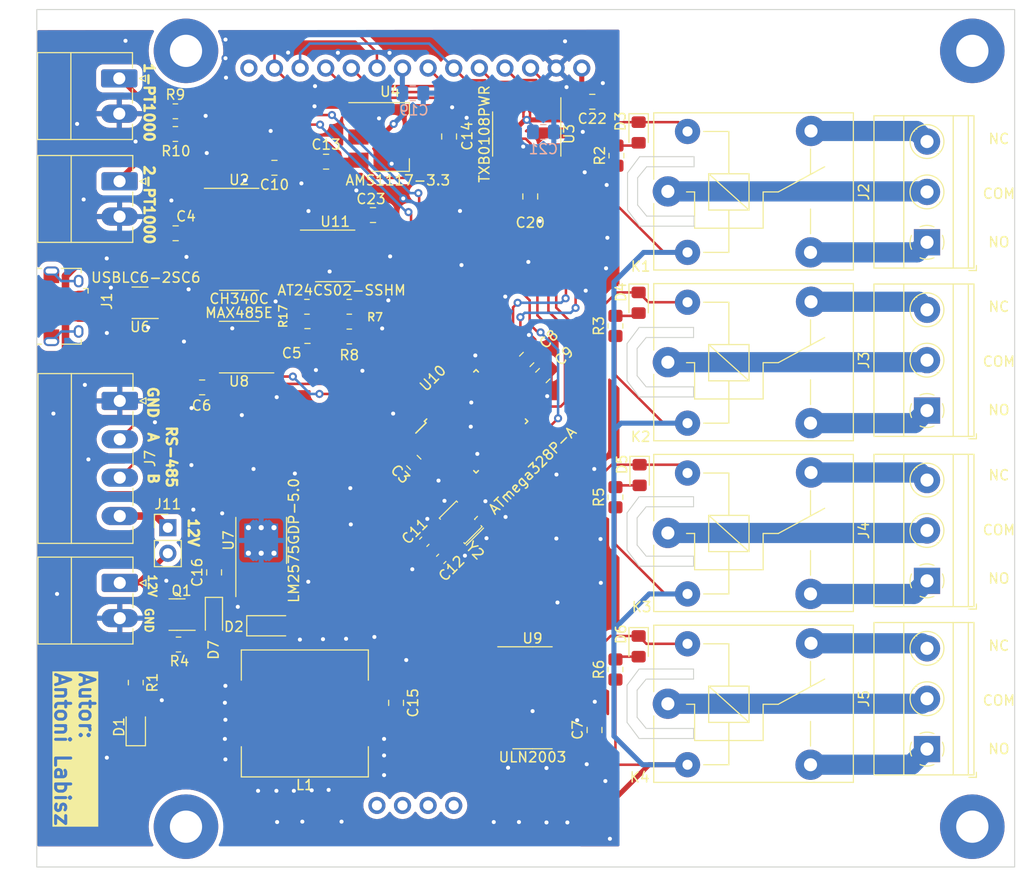
<source format=kicad_pcb>
(kicad_pcb (version 20221018) (generator pcbnew)
  (layers (0 "F.Cu" signal) (31 "B.Cu" signal) (34 "B.Paste" user) (35 "F.Paste" user) (36 "B.SilkS" user "B.Silkscreen") (37 "F.SilkS" user "F.Silkscreen") (38 "B.Mask" user) (39 "F.Mask" user) (44 "Edge.Cuts" user))
  (net 0 "")
  (net 1 "GND")
  (net 2 "+12V")
  (net 3 "+5V")
  (net 4 "Net-(U2-V3)")
  (net 5 "Net-(U2-~{DTR})")
  (net 6 "Rst")
  (net 7 "Net-(U10-AREF)")
  (net 8 "Net-(U10-XTAL1{slash}PB6)")
  (net 9 "Net-(U10-XTAL2{slash}PB7)")
  (net 10 "Net-(D1-A)")
  (net 11 "K3")
  (net 12 "Net-(D3-A)")
  (net 13 "K1")
  (net 14 "Net-(D4-A)")
  (net 15 "K4")
  (net 16 "Net-(D5-A)")
  (net 17 "K2")
  (net 18 "Net-(D6-A)")
  (net 19 "D-")
  (net 20 "D+")
  (net 22 "Net-(J2-Pin_1)")
  (net 23 "Net-(J2-Pin_2)")
  (net 24 "Net-(J2-Pin_3)")
  (net 25 "Net-(J3-Pin_1)")
  (net 26 "Net-(J3-Pin_2)")
  (net 27 "Net-(J3-Pin_3)")
  (net 28 "Net-(J4-Pin_1)")
  (net 29 "Net-(J4-Pin_2)")
  (net 30 "Net-(J4-Pin_3)")
  (net 31 "Net-(J5-Pin_1)")
  (net 32 "Net-(J5-Pin_2)")
  (net 33 "Net-(J5-Pin_3)")
  (net 34 "A")
  (net 35 "B")
  (net 36 "A7")
  (net 37 "0{slash}RX")
  (net 38 "1{slash}TX")
  (net 47 "2{slash}RE{slash}DE")
  (net 48 "A3{slash}17")
  (net 49 "A2{slash}16")
  (net 50 "A1{slash}15")
  (net 51 "A0{slash}14")
  (net 58 "3")
  (net 59 "4")
  (net 60 "5")
  (net 61 "6")
  (net 62 "7")
  (net 63 "8")
  (net 64 "9")
  (net 65 "10{slash}SS")
  (net 66 "11{slash}MOSI")
  (net 67 "12{slash}MISO")
  (net 68 "13{slash}SCK")
  (net 69 "A6")
  (net 70 "A4{slash}18{slash}SDA")
  (net 71 "A5{slash}19{slash}SCL")
  (net 72 "+3.3V")
  (net 73 "VCC")
  (net 74 "MISO")
  (net 75 "MOSI")
  (net 76 "SCK")
  (net 77 "DC")
  (net 78 "CS")
  (net 79 "T_CS")
  (net 80 "Reset")
  (net 88 "FD+")
  (net 89 "FD-")
  (net 90 "Net-(D2-K)")
  (net 91 "+12VA")
  (net 92 "Net-(D7-A)")
  (net 93 "unconnected-(J1-Shield-Pad6)")
  (footprint "Resistor_SMD:R_0805_2012Metric_Pad1.20x1.40mm_HandSolder" (layer "F.Cu") (at 170.2625 90.92 180)
    (fp_text reference "R4")
    (fp_text value "10k")
  )
  (footprint "Package_SO:SOIC-8_3.9x4.9mm_P1.27mm" (layer "F.Cu") (at 185.8 52.35)
    (fp_text reference "U11")
    (fp_text value "AT24CS02-SSHM")
  )
  (footprint "Package_SO:SOIC-16_3.9x9.9mm_P1.27mm" (layer "F.Cu") (at 176.275 50.705)
    (fp_text reference "U2")
    (fp_text value "CH340C")
  )
  (footprint "TerminalBlock_Phoenix:TerminalBlock_Phoenix_MKDS-1,5-3_1x03_P5.00mm_Horizontal" (layer "F.Cu") (at 244.505 51 90)
    (fp_text reference "J2")
    (fp_text value "Screw_Terminal_01x03")
  )
  (footprint "LED_SMD:LED_0805_2012Metric_Pad1.15x1.40mm_HandSolder" (layer "F.Cu") (at 215.9 91.1 -90)
    (fp_text reference "D6")
    (fp_text value "LED_Small")
  )
  (footprint "Connector_Phoenix_MC:PhoenixContact_MC_1,5_2-G-3.5_1x02_P3.50mm_Horizontal" (layer "F.Cu") (at 164.4325 84.805 -90)
    (fp_text reference "J12")
    (fp_text value "Screw_Terminal_01x02")
  )
  (footprint "Diode_SMD:D_SOD-123F" (layer "F.Cu") (at 179.24 89.06)
    (fp_text reference "D2")
    (fp_text value "ss26FL_ONS")
  )
  (footprint "Package_QFP:TQFP-32_7x7mm_P0.8mm" (layer "F.Cu") (at 199.774695 68.764897 45)
    (fp_text reference "U10")
    (fp_text value "ATmega328P-A")
  )
  (footprint "MountingHole:MountingHole_3.2mm_M3_Pad" (layer "F.Cu") (at 171 109)
    (fp_text reference "H4")
    (fp_text value "MountingHole")
  )
  (footprint "Capacitor_SMD:C_0805_2012Metric_Pad1.18x1.45mm_HandSolder" (layer "F.Cu") (at 205.15 46.45 90)
    (fp_text reference "C20")
    (fp_text value "100n")
  )
  (footprint "Capacitor_SMD:C_0805_2012Metric_Pad1.18x1.45mm_HandSolder" (layer "F.Cu") (at 169.975 50.105)
    (fp_text reference "C4")
    (fp_text value "100n")
  )
  (footprint "Resistor_SMD:R_0805_2012Metric_Pad1.20x1.40mm_HandSolder" (layer "F.Cu") (at 213.7 42.4 90)
    (fp_text reference "R2")
    (fp_text value "1k")
  )
  (footprint "Relay_THT:Relay_SPDT_SANYOU_SRD_Series_Form_C" (layer "F.Cu") (at 218.8 45.95)
    (fp_text reference "K1")
    (fp_text value "SANYOU_SRD_Form_C")
  )
  (footprint "MountingHole:MountingHole_3.2mm_M3_Pad" (layer "F.Cu") (at 249 32)
    (fp_text reference "H1")
    (fp_text value "MountingHole")
  )
  (footprint "Package_TO_SOT_SMD:SOT-23-3" (layer "F.Cu") (at 170.1125 87.95 180)
    (fp_text reference "Q1")
    (fp_text value "AO3407A")
  )
  (footprint "Relay_THT:Relay_SPDT_SANYOU_SRD_Series_Form_C" (layer "F.Cu") (at 218.8 62.9)
    (fp_text reference "K2")
    (fp_text value "SANYOU_SRD_Form_C")
  )
  (footprint "Package_SO:TSSOP-20_4.4x6.5mm_P0.65mm" (layer "F.Cu") (at 204.8 40.25 -90)
    (fp_text reference "U3")
    (fp_text value "TXB0108PWR")
  )
  (footprint "Relay_THT:Relay_SPDT_SANYOU_SRD_Series_Form_C" (layer "F.Cu") (at 218.8 79.85)
    (fp_text reference "K3")
    (fp_text value "SANYOU_SRD_Form_C")
  )
  (footprint "Capacitor_SMD:C_0805_2012Metric_Pad1.18x1.45mm_HandSolder" (layer "F.Cu") (at 183.05 60.3)
    (fp_text reference "C5")
    (fp_text value "100n")
  )
  (footprint "Resistor_SMD:R_0805_2012Metric_Pad1.20x1.40mm_HandSolder" (layer "F.Cu") (at 213.6 59.3 90)
    (fp_text reference "R3")
    (fp_text value "1k")
  )
  (footprint "Inductor_SMD:L_12x12mm_H6mm" (layer "F.Cu") (at 182.79 97.76 180)
    (fp_text reference "L1")
    (fp_text value "220uH")
  )
  (footprint "TerminalBlock_Phoenix:TerminalBlock_Phoenix_MKDS-1,5-3_1x03_P5.00mm_Horizontal" (layer "F.Cu") (at 244.505 67.7 90)
    (fp_text reference "J3")
    (fp_text value "Screw_Terminal_01x03")
  )
  (footprint "Resistor_SMD:R_0805_2012Metric_Pad1.20x1.40mm_HandSolder" (layer "F.Cu") (at 169.95 38)
    (fp_text reference "R9")
    (fp_text value "3k57")
  )
  (footprint "Capacitor_SMD:C_0805_2012Metric_Pad1.18x1.45mm_HandSolder" (layer "F.Cu") (at 189.55 48.3 180)
    (fp_text reference "C23")
    (fp_text value "100n")
  )
  (footprint "LED_SMD:LED_0805_2012Metric_Pad1.15x1.40mm_HandSolder" (layer "F.Cu") (at 215.9 40.1 -90)
    (fp_text reference "D3")
    (fp_text value "LED_Small")
  )
  (footprint "Capacitor_SMD:C_0805_2012Metric_Pad1.18x1.45mm_HandSolder" (layer "F.Cu") (at 197.1 40.5 90)
    (fp_text reference "C14")
    (fp_text value "22u")
  )
  (footprint "Resistor_SMD:R_0805_2012Metric_Pad1.20x1.40mm_HandSolder" (layer "F.Cu") (at 213.6 93.4 90)
    (fp_text reference "R6")
    (fp_text value "1k")
  )
  (footprint "Resistor_SMD:R_0805_2012Metric_Pad1.20x1.40mm_HandSolder" (layer "F.Cu") (at 213.6 76.3 90)
    (fp_text reference "R5")
    (fp_text value "1k")
  )
  (footprint "Capacitor_SMD:C_0805_2012Metric_Pad1.18x1.45mm_HandSolder" (layer "F.Cu") (at 173.79 83.76 90)
    (fp_text reference "C16")
    (fp_text value "22u")
  )
  (footprint "Connector_USB:USB_Micro-B_Amphenol_10118194_Horizontal" (layer "F.Cu") (at 158.95 57.35 -90)
    (fp_text reference "J1")
    (fp_text value "USB_B_Micro")
  )
  (footprint "Capacitor_SMD:C_0805_2012Metric_Pad1.18x1.45mm_HandSolder" (layer "F.Cu") (at 191.84 96.71 -90)
    (fp_text reference "C15")
    (fp_text value "22u")
  )
  (footprint "Capacitor_SMD:C_0805_2012Metric_Pad1.18x1.45mm_HandSolder" (layer "F.Cu") (at 193.6 72.85 -45)
    (fp_text reference "C3")
    (fp_text value "100n")
  )
  (footprint "Resistor_SMD:R_0805_2012Metric_Pad1.20x1.40mm_HandSolder" (layer "F.Cu") (at 183 57.4)
    (fp_text reference "R17")
    (fp_text value "10k")
  )
  (footprint "Relay_THT:Relay_SPDT_SANYOU_SRD_Series_Form_C" (layer "F.Cu") (at 218.8 96.8)
    (fp_text reference "K4")
    (fp_text value "SANYOU_SRD_Form_C")
  )
  (footprint "LED_SMD:LED_0805_2012Metric_Pad1.15x1.40mm_HandSolder" (layer "F.Cu") (at 215.9 57 -90)
    (fp_text reference "D4")
    (fp_text value "LED_Small")
  )
  (footprint "0moja:2.4 tft  ILI9341" (layer "F.Cu") (at 215.11 108.89 180)
    (fp_text reference "U5")
    (fp_text value "2.4 TFT ILI9341")
  )
  (footprint "Package_SO:SO-8_3.9x4.9mm_P1.27mm" (layer "F.Cu") (at 176.2625 61.4 180)
    (fp_text reference "U8")
    (fp_text value "MAX485E")
  )
  (footprint "Resistor_SMD:R_0805_2012Metric_Pad1.20x1.40mm_HandSolder" (layer "F.Cu") (at 187.2 60.35)
    (fp_text reference "R8")
    (fp_text value "4k7")
  )
  (footprint "Package_TO_SOT_SMD:SOT-223-3_TabPin2" (layer "F.Cu") (at 191.25 40.55)
    (fp_text reference "U4")
    (fp_text value "AMS1117-3.3")
  )
  (footprint "Capacitor_SMD:C_0805_2012Metric_Pad1.18x1.45mm_HandSolder" (layer "F.Cu") (at 179.775 43.605 180)
    (fp_text reference "C10")
    (fp_text value "100n")
  )
  (footprint "Capacitor_SMD:C_0805_2012Metric_Pad1.18x1.45mm_HandSolder" (layer "F.Cu") (at 206.393623 64.226377 -135)
    (fp_text reference "C9")
    (fp_text value "22u")
  )
  (footprint "TerminalBlock_Phoenix:TerminalBlock_Phoenix_MKDS-1,5-3_1x03_P5.00mm_Horizontal" (layer "F.Cu") (at 244.505 101.3 90)
    (fp_text reference "J5")
    (fp_text value "Screw_Terminal_01x03")
  )
  (footprint "MountingHole:MountingHole_3.2mm_M3_Pad" (layer "F.Cu") (at 171 32)
    (fp_text reference "H3")
    (fp_text value "MountingHole")
  )
  (footprint "Connector_PinHeader_2.54mm:PinHeader_1x02_P2.54mm_Vertical" (layer "F.Cu") (at 169.2 79.325)
    (fp_text reference "J11")
    (fp_text value "Conn_01x02")
  )
  (footprint "Resistor_SMD:R_0805_2012Metric_Pad1.20x1.40mm_HandSolder" (layer "F.Cu") (at 187.2 57.4)
    (fp_text reference "R7")
    (fp_text value "4k7")
  )
  (footprint "TerminalBlock_Phoenix:TerminalBlock_Phoenix_MKDS-1,5-3_1x03_P5.00mm_Horizontal" (layer "F.Cu") (at 244.505 84.6 90)
    (fp_text reference "J4")
    (fp_text value "Screw_Terminal_01x03")
  )
  (footprint "Connector_Phoenix_MC:PhoenixContact_MC_1,5_2-G-3.5_1x02_P3.50mm_Horizontal" (layer "F.Cu") (at 164.3825 34.735 -90)
    (fp_text reference "J6")
    (fp_text value "Screw_Terminal_01x02")
  )
  (footprint "Capacitor_SMD:C_0805_2012Metric_Pad1.18x1.45mm_HandSolder" (layer "F.Cu") (at 184.9 43)
    (fp_text reference "C13")
    (fp_text value "22u")
  )
  (footprint "Capacitor_SMD:C_0805_2012Metric_Pad1.18x1.45mm_HandSolder" (layer "F.Cu") (at 211.525 99.405 90)
    (fp_text reference "C7")
    (fp_text value "100n")
  )
  (footprint "Capacitor_SMD:C_0603_1608Metric_Pad1.08x0.95mm_HandSolder" (layer "F.Cu") (at 196.32012 82.41988 -135)
    (fp_text reference "C12")
    (fp_text value "22p")
  )
  (footprint "Package_SO:SOP-8-1EP_4.57x4.57mm_P1.27mm_EP4.57x4.45mm_ThermalVias" (layer "F.Cu") (at 178.46 80.59 90)
    (fp_text reference "U7")
    (fp_text value "LM2575GDP-5.0")
  )
  (footprint "Connector_Phoenix_MC:PhoenixContact_MC_1,5_4-G-3.81_1x04_P3.81mm_Horizontal" (layer "F.Cu") (at 164.4325 66.74 -90)
    (fp_text reference "J7")
    (fp_text value "Screw_Terminal_01x04")
  )
  (footprint "Resistor_SMD:R_0805_2012Metric_Pad1.20x1.40mm_HandSolder" (layer "F.Cu") (at 166.02 94.7 -90)
    (fp_text reference "R1")
    (fp_text value "1k")
  )
  (footprint "Package_SO:SO-16_3.9x9.9mm_P1.27mm" (layer "F.Cu") (at 205.375 96.205)
    (fp_text reference "U9")
    (fp_text value "ULN2003")
  )
  (footprint "Connector_Phoenix_MC:PhoenixContact_MC_1,5_2-G-3.5_1x02_P3.50mm_Horizontal" (layer "F.Cu") (at 164.4125 44.945 -90)
    (fp_text reference "J8")
    (fp_text value "Screw_Terminal_01x02")
  )
  (footprint "Resistor_SMD:R_0805_2012Metric_Pad1.20x1.40mm_HandSolder" (layer "F.Cu") (at 169.95 40.25)
    (fp_text reference "R10")
    (fp_text value "3k57")
  )
  (footprint "Capacitor_SMD:C_0805_2012Metric_Pad1.18x1.45mm_HandSolder" (layer "F.Cu") (at 172.6 65.4)
    (fp_text reference "C6")
    (fp_text value "100n")
  )
  (footprint "LED_SMD:LED_0805_2012Metric_Pad1.15x1.40mm_HandSolder" (layer "F.Cu") (at 166.02 99.105 90)
    (fp_text reference "D1")
    (fp_text value "LED_Small")
  )
  (footprint "Capacitor_SMD:C_0603_1608Metric_Pad1.08x0.95mm_HandSolder" (layer "F.Cu") (at 194.64 80.72 45)
    (fp_text reference "C11")
    (fp_text value "22p")
  )
  (footprint "Diode_SMD:D_SOD-323_HandSoldering" (layer "F.Cu") (at 173.7725 88.25 -90)
    (fp_text reference "D7")
    (fp_text value "13V")
  )
  (footprint "Crystal:Resonator_SMD_Murata_CSTxExxV-3Pin_3.0x1.1mm_HandSoldering" (layer "F.Cu") (at 198.25 78.8 135)
    (fp_text reference "Y2")
    (fp_text value "16Mhz")
  )
  (footprint "Package_TO_SOT_SMD:SOT-23-6" (layer "F.Cu") (at 166.45 57 180)
    (fp_text reference "U6")
    (fp_text value "USBLC6-2SC6")
  )
  (footprint "Capacitor_SMD:C_0805_2012Metric_Pad1.18x1.45mm_HandSolder" (layer "F.Cu") (at 204.793623 62.626377 -135)
    (fp_text reference "C8")
    (fp_text value "100n")
  )
  (footprint "MountingHole:MountingHole_3.2mm_M3_Pad" (layer "F.Cu") (at 249 109)
    (fp_text reference "H2")
    (fp_text value "MountingHole")
  )
  (footprint "LED_SMD:LED_0805_2012Metric_Pad1.15x1.40mm_HandSolder" (layer "F.Cu") (at 216 74.1 -90)
    (fp_text reference "D5")
    (fp_text value "LED_Small")
  )
  (footprint "Capacitor_SMD:C_0805_2012Metric_Pad1.18x1.45mm_HandSolder" (layer "F.Cu") (at 211.3 37.05 180)
    (fp_text reference "C22")
    (fp_text value "100n")
  )
  (footprint "Capacitor_SMD:C_0805_2012Metric_Pad1.18x1.45mm_HandSolder" (layer "B.Cu") (at 206.45 40.05 180)
    (fp_text reference "C21")
    (fp_text value "100n")
  )
  (footprint "Capacitor_SMD:C_0805_2012Metric_Pad1.18x1.45mm_HandSolder" (layer "B.Cu") (at 193.5 36.2 180)
    (fp_text reference "C19")
    (fp_text value "100n")
  )
  (gr_line (start 214.75 77.85) (end 214.75 81.55) (stroke (width 0.1)) (layer "Edge.Cuts"))
  (gr_line (start 216.65 99.25) (end 215.75 98.15) (stroke (width 0.1)) (layer "Edge.Cuts"))
  (gr_line (start 221.35 66.35) (end 215.95 66.35) (stroke (width 0.1)) (layer "Edge.Cuts"))
  (gr_line (start 221.4 42.5) (end 216 42.5) (stroke (width 0.1)) (layer "Edge.Cuts"))
  (gr_rect (start 156.2 27.9) (end 253.2 113) (stroke (width 0.1)) (fill none) (layer "Edge.Cuts"))
  (gr_line (start 215.95 76.25) (end 214.75 77.85) (stroke (width 0.1)) (layer "Edge.Cuts"))
  (gr_line (start 216.65 60.45) (end 215.75 61.55) (stroke (width 0.1)) (layer "Edge.Cuts"))
  (gr_line (start 221.4 48.4) (end 216.7 48.4) (stroke (width 0.1)) (layer "Edge.Cuts"))
  (gr_line (start 221.35 99.25) (end 221.35 100.25) (stroke (width 0.1)) (layer "Edge.Cuts"))
  (gr_line (start 215.95 100.25) (end 214.75 98.65) (stroke (width 0.1)) (layer "Edge.Cuts"))
  (gr_line (start 215.75 61.55) (end 215.75 64.25) (stroke (width 0.1)) (layer "Edge.Cuts"))
  (gr_line (start 215.8 44.6) (end 215.8 47.3) (stroke (width 0.1)) (layer "Edge.Cuts"))
  (gr_line (start 221.35 83.15) (end 215.95 83.15) (stroke (width 0.1)) (layer "Edge.Cuts"))
  (gr_line (start 221.35 59.45) (end 215.95 59.45) (stroke (width 0.1)) (layer "Edge.Cuts"))
  (gr_line (start 221.35 60.45) (end 216.65 60.45) (stroke (width 0.1)) (layer "Edge.Cuts"))
  (gr_line (start 221.35 94.35) (end 216.65 94.35) (stroke (width 0.1)) (layer "Edge.Cuts"))
  (gr_line (start 221.35 76.25) (end 215.95 76.25) (stroke (width 0.1)) (layer "Edge.Cuts"))
  (gr_line (start 221.4 43.5) (end 216.7 43.5) (stroke (width 0.1)) (layer "Edge.Cuts"))
  (gr_line (start 221.35 65.35) (end 216.65 65.35) (stroke (width 0.1)) (layer "Edge.Cuts"))
  (gr_line (start 216.65 77.25) (end 215.75 78.35) (stroke (width 0.1)) (layer "Edge.Cuts"))
  (gr_line (start 216.65 82.15) (end 215.75 81.05) (stroke (width 0.1)) (layer "Edge.Cuts"))
  (gr_line (start 216 49.4) (end 214.8 47.8) (stroke (width 0.1)) (layer "Edge.Cuts"))
  (gr_line (start 214.75 94.95) (end 214.75 98.65) (stroke (width 0.1)) (layer "Edge.Cuts"))
  (gr_line (start 221.4 49.4) (end 216 49.4) (stroke (width 0.1)) (layer "Edge.Cuts"))
  (gr_line (start 215.95 66.35) (end 214.75 64.75) (stroke (width 0.1)) (layer "Edge.Cuts"))
  (gr_line (start 214.8 44.1) (end 214.8 47.8) (stroke (width 0.1)) (layer "Edge.Cuts"))
  (gr_line (start 214.75 61.05) (end 214.75 64.75) (stroke (width 0.1)) (layer "Edge.Cuts"))
  (gr_line (start 215.95 59.45) (end 214.75 61.05) (stroke (width 0.1)) (layer "Edge.Cuts"))
  (gr_line (start 221.35 60.45) (end 221.35 59.45) (stroke (width 0.1)) (layer "Edge.Cuts"))
  (gr_line (start 221.35 82.15) (end 216.65 82.15) (stroke (width 0.1)) (layer "Edge.Cuts"))
  (gr_line (start 221.4 48.4) (end 221.4 49.4) (stroke (width 0.1)) (layer "Edge.Cuts"))
  (gr_line (start 221.4 43.5) (end 221.4 42.5) (stroke (width 0.1)) (layer "Edge.Cuts"))
  (gr_line (start 221.35 100.25) (end 215.95 100.25) (stroke (width 0.1)) (layer "Edge.Cuts"))
  (gr_line (start 221.35 93.35) (end 215.95 93.35) (stroke (width 0.1)) (layer "Edge.Cuts"))
  (gr_line (start 221.35 94.35) (end 221.35 93.35) (stroke (width 0.1)) (layer "Edge.Cuts"))
  (gr_line (start 215.95 93.35) (end 214.75 94.95) (stroke (width 0.1)) (layer "Edge.Cuts"))
  (gr_line (start 221.35 65.35) (end 221.35 66.35) (stroke (width 0.1)) (layer "Edge.Cuts"))
  (gr_line (start 215.75 78.35) (end 215.75 81.05) (stroke (width 0.1)) (layer "Edge.Cuts"))
  (gr_line (start 215.75 95.45) (end 215.75 98.15) (stroke (width 0.1)) (layer "Edge.Cuts"))
  (gr_line (start 216.7 43.5) (end 215.8 44.6) (stroke (width 0.1)) (layer "Edge.Cuts"))
  (gr_line (start 221.35 99.25) (end 216.65 99.25) (stroke (width 0.1)) (layer "Edge.Cuts"))
  (gr_line (start 221.35 77.25) (end 216.65 77.25) (stroke (width 0.1)) (layer "Edge.Cuts"))
  (gr_line (start 221.35 77.25) (end 221.35 76.25) (stroke (width 0.1)) (layer "Edge.Cuts"))
  (gr_line (start 216.65 94.35) (end 215.75 95.45) (stroke (width 0.1)) (layer "Edge.Cuts"))
  (gr_line (start 216 42.5) (end 214.8 44.1) (stroke (width 0.1)) (layer "Edge.Cuts"))
  (gr_line (start 216.65 65.35) (end 215.75 64.25) (stroke (width 0.1)) (layer "Edge.Cuts"))
  (gr_line (start 221.35 82.15) (end 221.35 83.15) (stroke (width 0.1)) (layer "Edge.Cuts"))
  (gr_line (start 215.95 83.15) (end 214.75 81.55) (stroke (width 0.1)) (layer "Edge.Cuts"))
  (gr_line (start 216.7 48.4) (end 215.8 47.3) (stroke (width 0.1)) (layer "Edge.Cuts"))
  (gr_text "COM" (at 249.94 46.76) (layer "F.SilkS") (effects (font (size 1 1)) (justify left bottom)))
  (gr_text "NC" (at 250.511429 74.7) (layer "F.SilkS") (effects (font (size 1 1)) (justify left bottom)))
  (gr_text "NO" (at 250.487619 84.95) (layer "F.SilkS") (effects (font (size 1 1)) (justify left bottom)))
  (gr_text "NO" (at 250.487619 51.57) (layer "F.SilkS") (effects (font (size 1 1)) (justify left bottom)))
  (gr_text "RS-485" (at 168.97 69.11 270) (layer "F.SilkS") (effects (font (size 1 1) (thickness 0.25) bold) (justify left bottom)))
  (gr_text "NC" (at 250.511429 41.32) (layer "F.SilkS") (effects (font (size 1 1)) (justify left bottom)))
  (gr_text "2-PT1000" (at 166.76 43.23 270) (layer "F.SilkS") (effects (font (size 1 1) (thickness 0.25) bold) (justify left bottom)))
  (gr_text "NC" (at 250.511429 91.62) (layer "F.SilkS") (effects (font (size 1 1)) (justify left bottom)))
  (gr_text "12V" (at 171.15 78.26 270) (layer "F.SilkS") (effects (font (size 1 1) (thickness 0.25) bold) (justify left bottom)))
  (gr_text "A" (at 167.15 69.75 270) (layer "F.SilkS") (effects (font (size 1 1) (thickness 0.25) bold) (justify left bottom)))
  (gr_text "COM" (at 249.94 63.42) (layer "F.SilkS") (effects (font (size 1 1)) (justify left bottom)))
  (gr_text "COM" (at 249.94 80.14) (layer "F.SilkS") (effects (font (size 1 1)) (justify left bottom)))
  (gr_text "COM" (at 249.94 97.06) (layer "F.SilkS") (effects (font (size 1 1)) (justify left bottom)))
  (gr_text "Autor:\nAntoni Labisz" (at 157.87 93.56 270) (layer "F.SilkS" knockout) (effects (font (size 1.5 1.5) (thickness 0.3) bold) (justify left bottom)))
  (gr_text "12V" (at 167.19 83.86 270) (layer "F.SilkS") (effects (font (size 0.8 0.8) (thickness 0.1875) bold) (justify left bottom)))
  (gr_text "NO" (at 250.487619 101.87) (layer "F.SilkS") (effects (font (size 1 1)) (justify left bottom)))
  (gr_text "NC" (at 250.511429 57.98) (layer "F.SilkS") (effects (font (size 1 1)) (justify left bottom)))
  (gr_text "GND" (at 167.13 65.21 270) (layer "F.SilkS") (effects (font (size 1 1) (thickness 0.25) bold) (justify left bottom)))
  (gr_text "NO" (at 250.487619 68.23) (layer "F.SilkS") (effects (font (size 1 1)) (justify left bottom)))
  (gr_text "1-PT1000" (at 166.76 33.08 270) (layer "F.SilkS") (effects (font (size 1 1) (thickness 0.25) bold) (justify left bottom)))
  (gr_text "B" (at 167.17 73.78 270) (layer "F.SilkS") (effects (font (size 1 1) (thickness 0.25) bold) (justify left bottom)))
  (gr_text "GND" (at 166.86 87.18 270) (layer "F.SilkS") (effects (font (size 0.8 0.8) (thickness 0.1875) bold) (justify left bottom)))
  (segment (start 189.7 38.25) (end 190.15 38.7) (width 0.5) (layer "F.Cu") (net 1))
  (segment (start 206.1 48.89) (end 206.1 48.4375) (width 0.5) (layer "F.Cu") (net 1))
  (segment (start 166.45 57.55) (end 166.45 58.9) (width 0.5) (layer "F.Cu") (net 1))
  (segment (start 172.155 59.495) (end 170.8 60.85) (width 0.25) (layer "F.Cu") (net 1))
  (segment (start 195.920963 70.921573) (end 194.726159 72.116377) (width 0.25) (layer "F.Cu") (net 1))
  (segment (start 180.365 84.74) (end 183.08 84.74) (width 0.25) (layer "F.Cu") (net 1))
  (segment (start 187.35 37.5) (end 183.75 37.5) (width 0.5) (layer "F.Cu") (net 1))
  (segment (start 204.475 43.1125) (end 204.475 41.525) (width 0.25) (layer "F.Cu") (net 1))
  (segment (start 201.073906 66.9) (end 199.3 66.9) (width 0.25) (layer "F.Cu") (net 1))
  (segment (start 190.565 51.715) (end 191.25 52.4) (width 0.5) (layer "F.Cu") (net 1))
  (segment (start 207.127246 65.972754) (end 206.83 66.27) (width 0.5) (layer "F.Cu") (net 1))
  (segment (start 171.5625 67.4375) (end 171.55 67.45) (width 0.25) (layer "F.Cu") (net 1))
  (segment (start 188.275 51.715) (end 190.565 51.715) (width 0.5) (layer "F.Cu") (net 1))
  (segment (start 207.127246 63.492754) (end 207.127246 65.972754) (width 0.5) (layer "F.Cu") (net 1))
  (segment (start 205.527246 61.892754) (end 207.127246 63.492754) (width 0.5) (layer "F.Cu") (net 1))
  (segment (start 167 57) (end 166.45 57.55) (width 0.5) (layer "F.Cu") (net 1))
  (segment (start 167 59.45) (end 167.25 59.45) (width 0.25) (layer "F.Cu") (net 1))
  (segment (start 196.14 74.56) (end 196.05 74.65) (width 0.5) (layer "F.Cu") (net 1))
  (segment (start 167.5875 57) (end 167 57) (width 0.25) (layer "F.Cu") (net 1))
  (segment (start 160.3 58.65) (end 161.8 58.65) (width 0.5) (layer "F.Cu") (net 1))
  (segment (start 205.527246 61.892754) (end 205.527246 60.707246) (width 0.5) (layer "F.Cu") (net 1))
  (segment (start 173.6875 59.495) (end 172.155 59.495) (width 0.25) (layer "F.Cu") (net 1))
  (segment (start 205.527246 60.707246) (end 205.02 60.2) (width 0.5) (layer "F.Cu") (net 1))
  (segment (start 196.14 72.965278) (end 196.14 74.56) (width 0.5) (layer "F.Cu") (net 1))
  (segment (start 188.1 38.25) (end 189.7 38.25) (width 0.5) (layer "F.Cu") (net 1))
  (segment (start 197.052334 72.052944) (end 196.14 72.965278) (width 0.5) (layer "F.Cu") (net 1))
  (segment (start 166.45 58.9) (end 167 59.45) (width 0.5) (layer "F.Cu") (net 1))
  (segment (start 193.6 83.45) (end 193.45 83.45) (width 0.25) (layer "F.Cu") (net 1))
  (segment (start 161.8 58.65) (end 163.15 60) (width 0.5) (layer "F.Cu") (net 1))
  (segment (start 171.5625 65.4) (end 171.5625 67.4375) (width 0.25) (layer "F.Cu") (net 1))
  (segment (start 204.475 41.525) (end 204.45 41.5) (width 0.25) (layer "F.Cu") (net 1))
  (segment (start 202.497056 65.47685) (end 201.073906 66.9) (width 0.25) (layer "F.Cu") (net 1))
  (segment (start 183.08 84.74) (end 183.13 84.69) (width 0.25) (layer "F.Cu") (net 1))
  (segment (start 188.1 38.25) (end 187.35 37.5) (width 0.5) (layer "F.Cu") (net 1))
  (segment (start 206.1 48.4375) (end 205.15 47.4875) (width 0.5) (layer "F.Cu") (net 1))
  (segment (start 198.25 78.8) (end 193.6 83.45) (width 0.25) (layer "F.Cu") (net 1))
  (segment (start 194.726159 72.116377) (end 192.866377 72.116377) (width 0.25) (layer "F.Cu") (net 1))
  (via (at 174.91 95.02) (size 0.8) (drill 0.4) (layers "F.Cu" "B.Cu") (net 1))
  (via (at 175.59 59.54) (size 0.8) (drill 0.4) (layers "F.Cu" "B.Cu") (net 1))
  (via (at 212.6 104.47) (size 0.8) (drill 0.4) (layers "F.Cu" "B.Cu") (net 1))
  (via (at 186.43 108.5) (size 0.8) (drill 0.4) (layers "F.Cu" "B.Cu") (net 1))
  (via (at 211.55 96.6) (size 0.8) (drill 0.4) (layers "F.Cu" "B.Cu") (net 1))
  (via (at 181.13 32.17) (size 0.8) (drill 0.4) (layers "F.Cu" "B.Cu") (net 1))
  (via (at 176.14 87.18) (size 0.8) (drill 0.4) (layers "F.Cu" "B.Cu") (net 1))
  (via (at 198.18 47.89) (size 0.8) (drill 0.4) (layers "F.Cu" "B.Cu") (net 1))
  (via (at 212.12 80.45) (size 0.8) (drill 0.4) (layers "F.Cu" "B.Cu") (net 1))
  (via (at 202.95 103.15) (size 0.8) (drill 0.4) (layers "F.Cu" "B.Cu") (net 1))
  (via (at 176.85 44.85) (size 0.8) (drill 0.4) (layers "F.Cu" "B.Cu") (net 1))
  (via (at 201.53 108.54) (size 0.8) (drill 0.4) (layers "F.Cu" "B.Cu") (net 1))
  (via (at 171.26 55.67) (size 0.8) (drill 0.4) (layers "F.Cu" "B.Cu") (net 1))
  (via (at 184.59 90.39) (size 0.8) (drill 0.4) (layers "F.Cu" "B.Cu") (net 1))
  (via (at 205.38 97.53) (size 0.8) (drill 0.4) (layers "F.Cu" "B.Cu") (net 1))
  (via (at 191.4 43.2) (size 0.8) (drill 0.4) (layers "F.Cu" "B.Cu") (net 1))
  (via (at 168.6 96.45) (size 0.8) (drill 0.4) (layers "F.Cu" "B.Cu") (net 1))
  (via (at 212.8 50.55) (size 0.8) (drill 0.4) (layers "F.Cu" "B.Cu") (net 1))
  (via (at 212.67 53.58) (size 0.8) (drill 0.4) (layers "F.Cu" "B.Cu") (net 1))
  (via (at 196.64 76.66) (size 0.8) (drill 0.4) (layers "F.Cu" "B.Cu") (net 1))
  (via (at 179.89 56.87) (size 0.8) (drill 0.4) (layers "F.Cu" "B.Cu") (net 1))
  (via (at 172.95 38.45) (size 0.8) (drill 0.4) (layers "F.Cu" "B.Cu") (net 1))
  (via (at 180 66.37) (size 0.8) (drill 0.4) (layers "F.Cu" "B.Cu") (net 1))
  (via (at 213.05 110.2) (size 0.8) (drill 0.4) (layers "F.Cu" "B.Cu") (net 1))
  (via (at 197.4 37.6) (size 0.8) (drill 0.4) (layers "F.Cu" "B.Cu") (net 1))
  (via (at 190.15 38.7) (size 0.8) (drill 0.4) (layers "F.Cu" "B.Cu") (net 1))
  (via (at 208.75 35.6) (size 0.8) (drill 0.4) (layers "F.Cu" "B.Cu") (net 1))
  (via (at 174.59 77.9) (size 0.8) (drill 0.4) (layers "F.Cu" "B.Cu") (net 1))
  (via (at 199.9 72) (size 0.8) (drill 0.4) (layers "F.Cu" "B.Cu") (net 1))
  (via (at 183.89 63.68) (size 0.8) (drill 0.4) (layers "F.Cu" "B.Cu") (net 1))
  (via (at 192.55 46.65) (size 0.8) (drill 0.4) (layers "F.Cu" "B.Cu") (net 1))
  (via (at 169.05 84.59) (size 0.8) (drill 0.4) (layers "F.Cu" "B.Cu") (net 1))
  (via (at 170.8 60.85) (size 0.8) (drill 0.4) (layers "F.Cu" "B.Cu") (net 1))
  (via (at 208.6 31.05) (size 0.8) (drill 0.4) (layers "F.Cu" "B.Cu") (net 1))
  (via (at 163.15 102.15) (size 0.8) (drill 0.4) (layers "F.Cu" "B.Cu") (net 1))
  (via (at 183.75 37.5) (size 0.8) (drill 0.4) (layers "F.Cu" "B.Cu") (net 1))
  (via (at 204.45 41.5) (size 0.8) (drill 0.4) (layers "F.Cu" "B.Cu") (net 1))
  (via (at 210.65 55.8) (size 0.8) (drill 0.4) (layers "F.Cu" "B.Cu") (net 1))
  (via (at 210.36 40.04) (size 0.8) (drill 0.4) (layers "F.Cu" "B.Cu") (net 1))
  (via (at 191.19 32.2) (size 0.8) (drill 0.4) (layers "F.Cu" "B.Cu") (net 1))
  (via (at 187.9 45.85) (size 0.8) (drill 0.4) (layers "F.Cu" "B.Cu") (net 1))
  (via (at 211.5 73.5) (size 0.8) (drill 0.4) (layers "F.Cu" "B.Cu") (net 1))
  (via (at 181.8 73.95) (size 0.8) (drill 0.4) (layers "F.Cu" "B.Cu") (net 1))
  (via (at 212.35 35.2) (size 0.8) (drill 0.4) (layers "F.Cu" "B.Cu") (net 1))
  (via (at 183.47 105.39) (size 0.8) (drill 0.4) (layers "F.Cu" "B.Cu") (net 1))
  (via (at 199.7 62.23) (size 0.8) (drill 0.4) (layers "F.Cu" "B.Cu") (net 1))
  (via (at 190.65 103.88) (size 0.8) (drill 0.4) (layers "F.Cu" "B.Cu") (net 1))
  (via (at 188.5 63.75) (size 0.8) (drill 0.4) (layers "F.Cu" "B.Cu") (net 1))
  (via (at 163.55 55.5) (size 0.8) (drill 0.4) (layers "F.Cu" "B.Cu") (net 1))
  (via (at 167.92 68.86) (size 0.8) (drill 0.4) (layers "F.Cu" "B.Cu") (net 1))
  (via (at 186.07 32.19) (size 0.8) (drill 0.4) (layers "F.Cu" "B.Cu") (net 1))
  (via (at 177.7 73.5) (size 0.8) (drill 0.4) (layers "F.Cu" "B.Cu") (net 1))
  (via (at 207.85 86.75) (size 0.8) (drill 0.4) (layers "F.Cu" "B.Cu") (net 1))
  (via (at 193.45 83.45) (size 0.8) (drill 0.4) (layers "F.Cu" "B.Cu") (net 1))
  (via (at 207.75 74.05) (size 0.8) (drill 0.4) (layers "F.Cu" "B.Cu") (net 1))
  (via (at 174.92 32.73) (size 0.8) (drill 0.4) (layers "F.Cu" "B.Cu") (net 1))
  (via (at 212.15 84.8) (size 0.8) (drill 0.4) (layers "F.Cu" "B.Cu") (net 1))
  (via (at 178.15 105.44) (size 0.8) (drill 0.4) (layers "F.Cu" "B.Cu") (net 1))
  (via (at 202.67 56.39) (size 0.8) (drill 0.4) (layers "F.Cu" "B.Cu") (net 1))
  (via (at 174.86 96.7) (size 0.8) (drill 0.4) (layers "F.Cu" "B.Cu") (net 1))
  (via (at 204.03 108.54) (size 0.8) (drill 0.4) (layers "F.Cu" "B.Cu") (net 1))
  (via (at 206.76 103.18) (size 0.8) (drill 0.4) (layers "F.Cu" "B.Cu") (net 1))
  (via (at 174.91 98.39) (size 0.8) (drill 0.4) (layers "F.Cu" "B.Cu") (net 1))
  (via (at 174.91 102.32) (size 0.8) (drill 0.4) (layers "F.Cu" "B.Cu") (net 1))
  (via (at 163.14 52.6) (size 0.8) (drill 0.4) (layers "F.Cu" "B.Cu") (net 1))
  (via (at 182.45 45.15) (size 0.8) (drill 0.4) (layers "F.Cu" "B.Cu") (net 1))
  (via (at 160.2 39.25) (size 0.8) (drill 0.4) (layers "F.Cu" "B.Cu") (net 1))
  (via (at 180.04 108.54) (size 0.8) (drill 0.4) (layers "F.Cu" "B.Cu") (net 1))
  (via (at 158.21 85.9) (size 0.8) (drill 0.4) (layers "F.Cu" "B.Cu") (net 1))
  (via (at 198.84 38.64) (size 0.8) (drill 0.4) (layers "F.Cu" "B.Cu") (net 1))
  (via (at 204.96 52.95) (size 0.8) (drill 0.4) (layers "F.Cu" "B.Cu") (net 1))
  (via (at 199.3 66.9) (size 0.8) (drill 0.4) (layers "F.Cu" "B.Cu") (net 1))
  (via (at 206.83 66.27) (size 0.8) (drill 0.4) (layers "F.Cu" "B.Cu") (net 1))
  (via (at 186.88 90.35) (size 0.8) (drill 0.4) (layers "F.Cu" "B.Cu") (net 1))
  (via (at 196.05 74.65) (size 0.8) (drill 0.4) (layers "F.Cu" "B.Cu") (net 1))
  (via (at 208.83 108.58) (size 0.8) (drill 0.4) (layers "F.Cu" "B.Cu") (net 1))
  (via (at 212.73 45.31) (size 0.8) (drill 0.4) (layers "F.Cu" "B.Cu") (net 1))
  (via (at 191.55 68) (size 0.8) (drill 0.4) (layers "F.Cu" "B.Cu") (net 1))
  (via (at 179.4 39.95) (size 0.8) (drill 0.4) (layers "F.Cu" "B.Cu") (net 1))
  (via (at 210.75 102.8) (size 0.8) (drill 0.4) (layers "F.Cu" "B.Cu") (net 1))
  (via (at 174.92 30.88) (size 0.8) (drill 0.4) (layers "F.Cu" "B.Cu") (net 1))
  (via (at 205.02 60.2) (size 0.8) (drill 0.4) (layers "F.Cu" "B.Cu") (net 1))
  (via (at 171.05 52.45) (size 0.8) (drill 0.4) (layers "F.Cu" "B.Cu") (net 1))
  (via (at 174.97 34.66) (size 0.8) (drill 0.4) (layers "F.Cu" "B.Cu") (net 1))
  (via (at 202.7005 78.26) (size 0.8) (drill 0.4) (layers "F.Cu" "B.Cu") (net 1))
  (via (at 183.15 47.9) (size 0.8) (drill 0.4) (layers "F.Cu" "B.Cu") (net 1))
  (via (at 185.15 105.35) (size 0.8) (drill 0.4) (layers "F.Cu" "B.Cu") (net 1))
  (via (at 183.13 84.69) (size 0.8) (drill 0.4) (layers "F.Cu" "B.Cu") (net 1))
  (via (at 165 31) (size 0.8) (drill 0.4) (layers "F.Cu" "B.Cu") (net 1))
  (via (at 182.54 108.5) (size 0.8) (drill 0.4) (layers "F.Cu" "B.Cu") (net 1))
  (via (at 190.65 101.93) (size 0.8) (drill 0.4) (layers "F.Cu" "B.Cu") (net 1))
  (via (at 183.8 35.5) (size 0.8) (drill 0.4) (layers "F.Cu" "B.Cu") (net 1))
  (via (at 189.69 90.17) (size 0.8) (drill 0.4) (layers "F.Cu" "B.Cu") (net 1))
  (via (at 199.25 69.3) (size 0.8) (drill 0.4) (layers "F.Cu" "B.Cu") (net 1))
  (via (at 171.55 67.45) (size 0.8) (drill 0.4) (layers "F.Cu" "B.Cu") (net 1))
  (via (at 173.06 42.14) (size 0.8) (drill 0.4) (layers "F.Cu" "B.Cu") (net 1))
  (via (at 167.25 59.45) (size 0.8) (drill 0.4) (layers "F.Cu" "B.Cu") (net 1))
  (via (at 198.33 53.26) (size 0.8) (drill 0.4) (layers "F.Cu" "B.Cu") (net 1))
  (via (at 191.25 52.4) (size 0.8) (drill 0.4) (layers "F.Cu" "B.Cu") (net 1))
  (via (at 210.55 44.05) (size 0.8) (drill 0.4) (layers "F.Cu" "B.Cu") (net 1))
  (via (at 166 41) (size 0.8) (drill 0.4) (layers "F.Cu" "B.Cu") (net 1))
  (via (at 161.32 72.55) (size 0.8) (drill 0.4) (layers "F.Cu" "B.Cu") (net 1))
  (via (at 187.35 79) (size 0.8) (drill 0.4) (layers "F.Cu" "B.Cu") (net 1))
  (via (at 187.3 75.4) (size 0.8) (drill 0.4) (layers "F.Cu" "B.Cu") (net 1))
  (via (at 198.67 82.1) (size 0.8) (drill 0.4) (layers "F.Cu" "B.Cu") (net 1))
  (via (at 200.7 76.7) (size 0.8) (drill 0.4) (layers "F.Cu" "B.Cu") (net 1))
  (via (at 190.65 100.29) (size 0.8) (drill 0.4) (layers "F.Cu" "B.Cu") (net 1))
  (via (at 182.3 90.43) (size 0.8) (drill 0.4) (layers "F.Cu" "B.Cu") (net 1))
  (via (at 174.86 100.29) (size 0.8) (drill 0.4) (layers "F.Cu" "B.Cu") (net 1))
  (via (at 194.94 78.45) (size 0.8) (drill 0.4) (layers "F.Cu" "B.Cu") (net 1))
  (via (at 160.97 65.15) (size 0.8) (drill 0.4) (layers "F.Cu" "B.Cu") (net 1))
  (via (at 171.54 73.11) (size 0.8) (drill 0.4) (layers "F.Cu" "B.Cu") (net 1))
  (via (at 200.81 80.37) (size 0.8) (drill 0.4) (layers "F.Cu" "B.Cu") (net 1))
  (via (at 207.74 80.4) (size 0.8) (drill 0.4) (layers "F.Cu" "B.Cu") (net 1))
  (via (at 206.76 108.58) (size 0.8) (drill 0.4) (layers "F.Cu" "B.Cu") (net 1))
  (via (at 192.85 92.46) (size 0.8) (drill 0.4) (layers "F.Cu" "B.Cu") (net 1))
  (via (at 163.15 60) (size 0.8) (drill 0.4) (layers "F.Cu" "B.Cu") (net 1))
  (via (at 179.97 105.44) (size 0.8) (drill 0.4) (layers "F.Cu" "B.Cu") (net 1))
  (via (at 181.7 105.44) (size 0.8) (drill 0.4) (layers "F.Cu" "B.Cu") (net 1))
  (via (at 190.46 59.55) (size 0.8) (drill 0.4) (layers "F.Cu" "B.Cu") (net 1))
  (via (at 160.85 46.75) (size 0.8) (drill 0.4) (layers "F.Cu" "B.Cu") (net 1))
  (via (at 169.55 46.85) (size 0.8) (drill 0.4) (layers "F.Cu" "B.Cu") (net 1))
  (via (at 191.07 56.76) (size 0.8) (drill 0.4) (layers "F.Cu" "B.Cu") (net 1))
  (via (at 176.54 68.15) (size 0.8) (drill 0.4) (layers "F.Cu" "B.Cu") (net 1))
  (via (at 185.25 53.9) (size 0.8) (drill 0.4) (layers "F.Cu" "B.Cu") (net 1))
  (via (at 209.8 98.43) (size 0.8) (drill 0.4) (layers "F.Cu" "B.Cu") (net 1))
  (via (at 171.73 77.53) (size 0.8) (drill 0.4) (layers "F.Cu" "B.Cu") (net 1))
  (via (at 206.1 48.89) (size 0.8) (drill 0.4) (layers "F.Cu" "B.Cu") (net 1))
  (via (at 157.85 68) (size 0.8) (drill 0.4) (layers "F.Cu" "B.Cu") (net 1))
  (segment (start 173.7725 84.815) (end 173.79 84.7975) (width 0.25) (layer "F.Cu") (net 2))
  (segment (start 175.3 88.52) (end 175.3 91.89) (width 0.5) (layer "F.Cu") (net 2))
  (segment (start 218.423223 52) (end 220.75 52) (width 0.25) (layer "F.Cu") (net 2))
  (segment (start 173.79 84.7975) (end 176.4975 84.7975) (width 0.75) (layer "F.Cu") (net 2))
  (segment (start 171.44 93.7) (end 169.45 95.69) (width 0.5) (layer "F.Cu") (net 2))
  (segment (start 169.45 95.69) (end 169.45 101.18) (width 0.5) (layer "F.Cu") (net 2))
  (segment (start 220.75 85.9) (end 218.523223 85.9) (width 0.25) (layer "F.Cu") (net 2))
  (segment (start 171.44 93.7) (end 166.02 93.7) (width 0.5) (layer "F.Cu") (net 2))
  (segment (start 175.3 91.89) (end 173.49 93.7) (width 0.5) (layer "F.Cu") (net 2))
  (segment (start 216.94 102.85) (end 220.75 102.85) (width 0.5) (layer "F.Cu") (net 2))
  (segment (start 213.49125 102.40875) (end 211.525 100.4425) (width 0.25) (layer "F.Cu") (net 2))
  (segment (start 173.7725 87) (end 173.78 87) (width 0.5) (layer "F.Cu") (net 2))
  (segment (start 218.523223 85.9) (end 213.6 80.976777) (width 0.25) (layer "F.Cu") (net 2))
  (segment (start 218.373223 68.95) (end 220.75 68.95) (width 0.25) (layer "F.Cu") (net 2))
  (segment (start 213.6 60.3) (end 213.6 64.176777) (width 0.25) (layer "F.Cu") (net 2))
  (segment (start 173.49 93.7) (end 171.44 93.7) (width 0.5) (layer "F.Cu") (net 2))
  (segment (start 178.39 110.12) (end 209.67 110.12) (width 0.5) (layer "F.Cu") (net 2))
  (segment (start 209.67 110.12) (end 216.94 102.85) (width 0.5) (layer "F.Cu") (net 2))
  (segment (start 213.9325 102.85) (end 213.49125 102.40875) (width 0.25) (layer "F.Cu") (net 2))
  (segment (start 213.6 94.4) (end 213.6 102.3) (width 0.25) (layer "F.Cu") (net 2))
  (segment (start 213.6 102.3) (end 213.49125 102.40875) (width 0.25) (layer "F.Cu") (net 2))
  (segment (start 208.1575 100.4425) (end 207.95 100.65) (width 0.25) (layer "F.Cu") (net 2))
  (segment (start 220.75 102.85) (end 213.9325 102.85) (width 0.25) (layer "F.Cu") (net 2))
  (segment (start 173.78 87) (end 175.3 88.52) (width 0.5) (layer "F.Cu") (net 2))
  (segment (start 213.7 43.4) (end 213.7 47.276777) (width 0.25) (layer "F.Cu") (net 2))
  (segment (start 213.6 80.976777) (end 213.6 77.3) (width 0.25) (layer "F.Cu") (net 2))
  (segment (start 211.525 100.4425) (end 208.1575 100.4425) (width 0.25) (layer "F.Cu") (net 2))
  (segment (start 171.25 87) (end 173.7725 87) (width 0.5) (layer "F.Cu") (net 2))
  (segment (start 173.7725 87) (end 173.7725 84.815) (width 0.5) (layer "F.Cu") (net 2))
  (segment (start 213.6 64.176777) (end 218.373223 68.95) (width 0.25) (layer "F.Cu") (net 2))
  (segment (start 213.7 47.276777) (end 218.423223 52) (width 0.25) (layer "F.Cu") (net 2))
  (segment (start 169.45 101.18) (end 178.39 110.12) (width 0.5) (layer "F.Cu") (net 2))
  (segment (start 220.75 102.85) (end 216.29 102.85) (width 0.5) (layer "B.Cu") (net 2))
  (segment (start 216.95 85.9) (end 220.75 85.9) (width 0.5) (layer "B.Cu") (net 2))
  (segment (start 213.45 89.4) (end 213.45 100.01) (width 0.5) (layer "B.Cu") (net 2))
  (segment (start 213.45 69.65) (end 214.15 68.95) (width 0.5) (layer "B.Cu") (net 2))
  (segment (start 213.45 69.65) (end 213.45 89.4) (width 0.5) (layer "B.Cu") (net 2))
  (segment (start 214.15 68.95) (end 220.75 68.95) (width 0.5) (layer "B.Cu") (net 2))
  (segment (start 213.45 54.95) (end 213.45 69.65) (width 0.5) (layer "B.Cu") (net 2))
  (segment (start 213.45 89.4) (end 216.95 85.9) (width 0.5) (layer "B.Cu") (net 2))
  (segment (start 216.4 52) (end 213.45 54.95) (width 0.5) (layer "B.Cu") (net 2))
  (segment (start 216.29 102.85) (end 213.45 100.01) (width 0.5) (layer "B.Cu") (net 2))
  (segment (start 220.75 52) (end 216.4 52) (width 0.5) (layer "B.Cu") (net 2))
  (segment (start 166.45 56.5) (end 166.45 55.2) (width 0.5) (layer "F.Cu") (net 3))
  (segment (start 198.15 71.15) (end 199.61 71.15) (width 0.5) (layer "F.Cu") (net 3))
  (segment (start 204.194112 67.173907) (end 204.276093 67.173907) (width 0.25) (layer "F.Cu") (net 3))
  (segment (start 196.486648 71.487258) (end 197.193906 70.78) (width 0.5) (layer "F.Cu") (net 3))
  (segment (start 176 65.4) (end 178.68 68.08) (width 0.5) (layer "F.Cu") (net 3))
  (segment (start 165.3125 57) (end 165.95 57) (width 0.5) (layer "F.Cu") (net 3))
  (segment (start 179.13 68.08) (end 171.14 76.07) (width 0.75) (layer "F.Cu") (net 3))
  (segment (start 159.05 73.14) (end 159.05 54.34) (width 0.75) (layer "F.Cu") (net 3))
  (segment (start 189.087017 82.822983) (end 189.07 82.805966) (width 0.5) (layer "F.Cu") (net 3))
  (segment (start 190.14 86.91) (end 191.657017 85.392983) (width 0.25) (layer "F.Cu") (net 3))
  (segment (start 198.45 71.45) (end 198.45 71.786648) (width 0.5) (layer "F.Cu") (net 3))
  (segment (start 182.5 68.08) (end 179.13 68.08) (width 0.75) (layer "F.Cu") (net 3))
  (segment (start 165.95 57) (end 166.45 56.5) (width 0.5) (layer "F.Cu") (net 3))
  (segment (start 160.3 56.05) (end 161.3599 56.05) (width 0.5) (layer "F.Cu") (net 3))
  (segment (start 205.125 43.1125) (end 205.125 45.3875) (width 0.25) (layer "F.Cu") (net 3))
  (segment (start 186.4725 46.26) (end 186.95625 46.74375) (width 0.75) (layer "F.Cu") (net 3))
  (segment (start 205.15 45.652082) (end 205.15 45.4125) (width 0.5) (layer "F.Cu") (net 3))
  (segment (start 189.07 82.805966) (end 189.07 78.847246) (width 0.5) (layer "F.Cu") (net 3))
  (segment (start 184.55 78.285966) (end 184.55 70.13) (width 0.75) (layer "F.Cu") (net 3))
  (segment (start 189.07 78.847246) (end 194.333623 73.583623) (width 0.5) (layer "F.Cu") (net 3))
  (segment (start 196.429988 71.487258) (end 196.486648 71.487258) (width 0.25) (layer "F.Cu") (net 3))
  (segment (start 204.194112 67.173907) (end 205.66 65.708019) (width 0.5) (layer "F.Cu") (net 3))
  (segment (start 205.66 65.708019) (end 205.66 64.96) (width 0.5) (layer "F.Cu") (net 3))
  (segment (start 162.66005 50.72995) (end 162.96005 50.72995) (width 0.75) (layer "F.Cu") (net 3))
  (segment (start 202.01 40.72) (end 198.12 44.61) (width 0.25) (layer "F.Cu") (net 3))
  (segment (start 173.6375 65.4) (end 176 65.4) (width 0.5) (layer "F.Cu") (net 3))
  (segment (start 191.657017 85.392983) (end 184.55 78.285966) (width 0.75) (layer "F.Cu") (net 3))
  (segment (start 186.0875 42.85) (end 185.9375 43) (width 0.25) (layer "F.Cu") (net 3))
  (segment (start 182 56.6) (end 182.65 55.95) (width 0.5) (layer "F.Cu") (net 3))
  (segment (start 195.86 89.595966) (end 191.657017 85.392983) (width 0.75) (layer "F.Cu") (net 3))
  (segment (start 204.695305 40.72) (end 202.01 40.72) (width 0.25) (layer "F.Cu") (net 3))
  (segment (start 161.98 76.07) (end 159.05 73.14) (width 0.75) (layer "F.Cu") (net 3))
  (segment (start 170.95 38) (end 170.95 40.25) (width 0.5) (layer "F.Cu") (net 3))
  (segment (start 199.61 71.15) (end 202.941639 67.818361) (width 0.5) (layer "F.Cu") (net 3))
  (segment (start 186.2 57.4) (end 186.2 60.35) (width 0.5) (layer "F.Cu") (net 3))
  (segment (start 164.32995 53.07995) (end 166.67995 50.72995) (width 0.5) (layer "F.Cu") (net 3))
  (segment (start 178.7375 46.2475) (end 178.75 46.26) (width 0.25) (layer "F.Cu") (net 3))
  (segment (start 167.55 49.8599) (end 167.55 44.49) (width 0.75) (layer "F.Cu") (net 3))
  (segment (start 202.941639 67.818361) (end 203.549658 67.818361) (width 0.5) (layer "F.Cu") (net 3))
  (segment (start 166.67995 50.72995) (end 167.55 49.8599) (width 0.75) (layer "F.Cu") (net 3))
  (segment (start 186.2 51.545001) (end 187.300001 50.445) (width 0.5) (layer "F.Cu") (net 3))
  (segment (start 178.68 68.08) (end 179.13 68.08) (width 0.5) (layer "F.Cu") (net 3))
  (segment (start 170.95 42.455) (end 169.8 43.605) (width 0.5) (layer "F.Cu") (net 3))
  (segment (start 205.125 43.1125) (end 205.175 43.0625) (width 0.25) (layer "F.Cu") (net 3))
  (segment (start 205.175 41.199695) (end 204.695305 40.72) (width 0.25) (layer "F.Cu") (net 3))
  (segment (start 182.65 55.95) (end 185.54 55.95) (width 0.5) (layer "F.Cu") (net 3))
  (segment (start 185.9375 42.275) (end 185.9375 43) (width 1) (layer "F.Cu") (net 3))
  (segment (start 166.45 55.2) (end 164.32995 53.07995) (width 0.5) (layer "F.Cu") (net 3))
  (segment (start 178.7375 43.605) (end 178.7375 46.2475) (width 0.5) (layer "F.Cu") (net 3))
  (segment (start 170.76 43.605) (end 177.43 43.605) (width 0.75) (layer "F.Cu") (net 3))
  (segment (start 182 57.4) (end 182 56.6) (width 0.5) (layer "F.Cu") (net 3))
  (segment (start 176.48 43.605) (end 178.695 41.39) (width 0.75) (layer "F.Cu") (net 3))
  (segment (start 179.62 86.91) (end 190.14 86.91) (width 0.25) (layer "F.Cu") (net 3))
  (segment (start 194.333623 73.583623) (end 196.429988 71.487258) (width 0.5) (layer "F.Cu") (net 3))
  (segment (start 179.095 84.74) (end 179.095 86.385) (width 0.25) (layer "F.Cu") (net 3))
  (segment (start 191.84 97.7475) (end 187.7525 97.7475) (width 0.75) (layer "F.Cu") (net 3))
  (segment (start 178.695 41.39) (end 185.0525 41.39) (width 0.75) (layer "F.Cu") (net 3))
  (segment (start 198.15 71.15) (end 198.45 71.45) (width 0.5) (layer "F.Cu") (net 3))
  (segment (start 185.54 55.95) (end 186.2 55.29) (width 0.5) (layer "F.Cu") (net 3))
  (segment (start 203.549658 67.818361) (end 204.194112 67.173907) (width 0.5) (layer "F.Cu") (net 3))
  (segment (start 205.175 43.0625) (end 205.175 41.199695) (width 0.25) (layer "F.Cu") (net 3))
  (segment (start 171.14 76.07) (end 161.98 76.07) (width 0.75) (layer "F.Cu") (net 3))
  (segment (start 187.300001 50.445) (end 188.275 50.445) (width 0.25) (layer "F.Cu") (net 3))
  (segment (start 198.45 71.786648) (end 197.618019 72.618629) (width 0.5) (layer "F.Cu") (net 3))
  (segment (start 198.12 44.61) (end 189.86 44.61) (width 0.25) (layer "F.Cu") (net 3))
  (segment (start 186.95625 46.74375) (end 188.5125 48.3) (width 0.75) (layer "F.Cu") (net 3))
  (segment (start 195.86 96.25) (end 194.3625 97.7475) (width 0.75) (layer "F.Cu") (net 3))
  (segment (start 197.193906 70.78) (end 197.78 70.78) (width 0.5) (layer "F.Cu") (net 3))
  (segment (start 195.86 96.25) (end 195.86 89.595966) (width 0.75) (layer "F.Cu") (net 3))
  (segment (start 173.6875 65.35) (end 173.6375 65.4) (width 0.25) (layer "F.Cu") (net 3))
  (segment (start 188.1 42.85) (end 186.0875 42.85) (width 0.5) (layer "F.Cu") (net 3))
  (segment (start 194.3625 97.7475) (end 191.84 97.7475) (width 0.75) (layer "F.Cu") (net 3))
  (segment (start 173.6875 63.305) (end 173.6875 65.35) (width 0.5) (layer "F.Cu") (net 3))
  (segment (start 179.095 86.385) (end 179.62 86.91) (width 0.25) (layer "F.Cu") (net 3))
  (segment (start 167.55 44.49) (end 168.435 43.605) (width 0.75) (layer "F.Cu") (net 3))
  (segment (start 185.9375 45.725) (end 186.4725 46.26) (width 0.75) (layer "F.Cu") (net 3))
  (segment (start 159.05 54.34) (end 162.66005 50.72995) (width 0.75) (layer "F.Cu") (net 3))
  (segment (start 162.96005 50.72995) (end 166.67995 50.72995) (width 0.75) (layer "F.Cu") (net 3))
  (segment (start 197.78 70.78) (end 198.15 71.15) (width 0.5) (layer "F.Cu") (net 3))
  (segment (start 168.435 43.605) (end 170.76 43.605) (width 0.75) (layer "F.Cu") (net 3))
  (segment (start 188.275 50.445) (end 188.275 48.5375) (width 0.5) (layer "F.Cu") (net 3))
  (segment (start 184.55 70.13) (end 182.5 68.08) (width 0.75) (layer "F.Cu") (net 3))
  (segment (start 185.9375 43) (end 185.9375 45.725) (width 0.75) (layer "F.Cu") (net 3))
  (segment (start 177.43 43.605) (end 178.7375 43.605) (width 0.75) (layer "F.Cu") (net 3))
  (segment (start 170.95 40.25) (end 170.95 42.455) (width 0.5) (layer "F.Cu") (net 3))
  (segment (start 188.275 48.5375) (end 188.5125 48.3) (width 0.25) (layer "F.Cu") (net 3))
  (segment (start 186.2 57.4) (end 186.2 55.65) (width 0.5) (layer "F.Cu") (net 3))
  (segment (start 189.86 44.61) (end 188.1 42.85) (width 0.25) (layer "F.Cu") (net 3))
  (segment (start 205.125 45.3875) (end 205.15 45.4125) (width 0.25) (layer "F.Cu") (net 3))
  (segment (start 186.2 55.65) (end 186.2 55.29) (width 0.5) (layer "F.Cu") (net 3))
  (segment (start 161.3599 56.05) (end 164.32995 53.07995) (width 0.5) (layer "F.Cu") (net 3))
  (segment (start 185.0525 41.39) (end 185.9375 42.275) (width 0.75) (layer "F.Cu") (net 3))
  (segment (start 186.2 55.29) (end 186.2 51.545001) (width 0.5) (layer "F.Cu") (net 3))
  (segment (start 173.8 50.07) (end 171.0475 50.07) (width 0.25) (layer "F.Cu") (net 4))
  (segment (start 171.0475 50.07) (end 171.0125 50.105) (width 0.25) (layer "F.Cu") (net 4))
  (segment (start 180.9 51.245001) (end 180.9 58.35) (width 0.25) (layer "F.Cu") (net 5))
  (segment (start 178.75 50.07) (end 179.724999 50.07) (width 0.25) (layer "F.Cu") (net 5))
  (segment (start 180.9 58.35) (end 182.0125 59.4625) (width 0.25) (layer "F.Cu") (net 5))
  (segment (start 182.0125 59.4625) (end 182.0125 60.3) (width 0.25) (layer "F.Cu") (net 5))
  (segment (start 179.724999 50.07) (end 180.9 51.245001) (width 0.25) (layer "F.Cu") (net 5))
  (segment (start 184.0875 60.3) (end 185.3875 61.6) (width 0.25) (layer "F.Cu") (net 6))
  (segment (start 184 60.2125) (end 184.0875 60.3) (width 0.25) (layer "F.Cu") (net 6))
  (segment (start 192.044112 61.6) (end 196.486648 66.042536) (width 0.25) (layer "F.Cu") (net 6))
  (segment (start 185.3875 61.6) (end 192.044112 61.6) (width 0.25) (layer "F.Cu") (net 6))
  (segment (start 184 57.4) (end 184 60.2125) (width 0.25) (layer "F.Cu") (net 6))
  (segment (start 204.06 65.045278) (end 204.06 63.36) (width 0.25) (layer "F.Cu") (net 7))
  (segment (start 203.062742 66.042536) (end 204.06 65.045278) (width 0.25) (layer "F.Cu") (net 7))
  (segment (start 197.401472 77.951472) (end 197.401472 77.958528) (width 0.25) (layer "F.Cu") (net 8))
  (segment (start 198.59 76.32) (end 197.3 75.03) (width 0.25) (layer "F.Cu") (net 8))
  (segment (start 197.401472 77.958528) (end 195.24988 80.11012) (width 0.25) (layer "F.Cu") (net 8))
  (segment (start 197.401472 77.951472) (end 198.59 76.762944) (width 0.25) (layer "F.Cu") (net 8))
  (segment (start 198.59 76.762944) (end 198.59 76.32) (width 0.25) (layer "F.Cu") (net 8))
  (segment (start 197.3 74.068019) (end 198.183705 73.184314) (width 0.25) (layer "F.Cu") (net 8))
  (segment (start 197.3 75.03) (end 197.3 74.068019) (width 0.25) (layer "F.Cu") (net 8))
  (segment (start 200.61 78.01) (end 200.61 78.137056) (width 0.25) (layer "F.Cu") (net 9))
  (segment (start 199.25 76.65) (end 200.61 78.01) (width 0.25) (layer "F.Cu") (net 9))
  (segment (start 198.11 74.77) (end 199.25 75.91) (width 0.25) (layer "F.Cu") (net 9))
  (segment (start 198.11 74.38) (end 198.11 74.77) (width 0.25) (layer "F.Cu") (net 9))
  (segment (start 199.091472 79.648528) (end 196.93 81.81) (width 0.25) (layer "F.Cu") (net 9))
  (segment (start 198.74939 73.75) (end 198.74 73.75) (width 0.25) (layer "F.Cu") (net 9))
  (segment (start 199.847792 78.899264) (end 199.850736 78.899264) (width 0.25) (layer "F.Cu") (net 9))
  (segment (start 199.25 75.91) (end 199.25 76.65) (width 0.25) (layer "F.Cu") (net 9))
  (segment (start 198.74 73.75) (end 198.11 74.38) (width 0.25) (layer "F.Cu") (net 9))
  (segment (start 200.61 78.137056) (end 199.098528 79.648528) (width 0.25) (layer "F.Cu") (net 9))
  (segment (start 166.02 95.7) (end 166.02 98.08) (width 0.25) (layer "F.Cu") (net 10))
  (segment (start 213.225 73.075) (end 216 73.075) (width 0.25) (layer "F.Cu") (net 11))
  (segment (start 219.925 73.075) (end 220.75 73.9) (width 0.25) (layer "F.Cu") (net 11))
  (segment (start 210.6 94.3) (end 211 93.9) (width 0.25) (layer "F.Cu") (net 11))
  (segment (start 211 75.3) (end 213.225 73.075) (width 0.25) (layer "F.Cu") (net 11))
  (segment (start 211 93.9) (end 211 75.3) (width 0.25) (layer "F.Cu") (net 11))
  (segment (start 207.95 94.3) (end 210.6 94.3) (width 0.25) (layer "F.Cu") (net 11))
  (segment (start 216 73.075) (end 219.925 73.075) (width 0.25) (layer "F.Cu") (net 11))
  (segment (start 215.625 41.4) (end 215.9 41.125) (width 0.25) (layer "F.Cu") (net 12))
  (segment (start 213.7 41.4) (end 215.625 41.4) (width 0.25) (layer "F.Cu") (net 12))
  (segment (start 215.9 39.075) (end 214.4049 39.075) (width 0.25) (layer "F.Cu") (net 13))
  (segment (start 214.4049 39.075) (end 214.3799 39.1) (width 0.25) (layer "F.Cu") (net 13))
  (segment (start 211.65 71.3) (end 209.4 73.55) (width 0.25) (layer "F.Cu") (net 13))
  (segment (start 214.3799 39.1) (end 213 39.1) (width 0.25) (layer "F.Cu") (net 13))
  (segment (start 215.9 39.075) (end 219.825 39.075) (width 0.25) (layer "F.Cu") (net 13))
  (segment (start 213 39.1) (end 211.65 40.45) (width 0.25) (layer "F.Cu") (net 13))
  (segment (start 209.4 90.31) (end 207.95 91.76) (width 0.25) (layer "F.Cu") (net 13))
  (segment (start 219.825 39.075) (end 220.75 40) (width 0.25) (layer "F.Cu") (net 13))
  (segment (start 211.65 40.45) (end 211.65 71.3) (width 0.25) (layer "F.Cu") (net 13))
  (segment (start 209.4 73.55) (end 209.4 90.31) (width 0.25) (layer "F.Cu") (net 13))
  (segment (start 215.625 58.3) (end 215.9 58.025) (width 0.25) (layer "F.Cu") (net 14))
  (segment (start 213.6 58.3) (end 215.625 58.3) (width 0.25) (layer "F.Cu") (net 14))
  (segment (start 207.95 95.57) (end 210.98 95.57) (width 0.25) (layer "F.Cu") (net 15))
  (segment (start 212.1 92.2799) (end 212.1 91.1) (width 0.25) (layer "F.Cu") (net 15))
  (segment (start 212.1 91.1) (end 213.125 90.075) (width 0.25) (layer "F.Cu") (net 15))
  (segment (start 210.98 95.57) (end 211.65 94.9) (width 0.25) (layer "F.Cu") (net 15))
  (segment (start 216.675 90.85) (end 215.9 90.075) (width 0.25) (layer "F.Cu") (net 15))
  (segment (start 211.65 94.9) (end 211.65 92.7299) (width 0.25) (layer "F.Cu") (net 15))
  (segment (start 211.65 92.7299) (end 212.1 92.2799) (width 0.25) (layer "F.Cu") (net 15))
  (segment (start 213.125 90.075) (end 215.9 90.075) (width 0.25) (layer "F.Cu") (net 15))
  (segment (start 220.75 90.85) (end 216.675 90.85) (width 0.25) (layer "F.Cu") (net 15))
  (segment (start 216 75.125) (end 213.775 75.125) (width 0.25) (layer "F.Cu") (net 16))
  (segment (start 213.775 75.125) (end 213.6 75.3) (width 0.25) (layer "F.Cu") (net 16))
  (segment (start 208.824999 93.03) (end 207.95 93.03) (width 0.25) (layer "F.Cu") (net 17))
  (segment (start 212.25 71.55) (end 210.05 73.75) (width 0.25) (layer "F.Cu") (net 17))
  (segment (start 220.75 56.95) (end 216.875 56.95) (width 0.25) (layer "F.Cu") (net 17))
  (segment (start 212.25 57.45) (end 212.25 71.55) (width 0.25) (layer "F.Cu") (net 17))
  (segment (start 216.875 56.95) (end 215.9 55.975) (width 0.25) (layer "F.Cu") (net 17))
  (segment (start 215.9 55.975) (end 213.725 55.975) (width 0.25) (layer "F.Cu") (net 17))
  (segment (start 213.725 55.975) (end 212.25 57.45) (width 0.25) (layer "F.Cu") (net 17))
  (segment (start 210.05 91.804999) (end 208.824999 93.03) (width 0.25) (layer "F.Cu") (net 17))
  (segment (start 210.05 73.75) (end 210.05 91.804999) (width 0.25) (layer "F.Cu") (net 17))
  (segment (start 213.875 92.125) (end 213.6 92.4) (width 0.25) (layer "F.Cu") (net 18))
  (segment (start 215.9 92.125) (end 213.875 92.125) (width 0.25) (layer "F.Cu") (net 18))
  (segment (start 161.312501 56.7) (end 161.412501 56.8) (width 0.2) (layer "F.Cu") (net 19))
  (segment (start 164.95 56.05) (end 165.3125 56.05) (width 0.2) (layer "F.Cu") (net 19))
  (segment (start 164.225 56.775) (end 164.95 56.05) (width 0.2) (layer "F.Cu") (net 19))
  (segment (start 163.625 56.775) (end 164.225 56.775) (width 0.2) (layer "F.Cu") (net 19))
  (segment (start 161.412501 56.8) (end 163.6 56.8) (width 0.2) (layer "F.Cu") (net 19))
  (segment (start 163.6 56.8) (end 163.625 56.775) (width 0.2) (layer "F.Cu") (net 19))
  (segment (start 160.3 56.7) (end 161.312501 56.7) (width 0.2) (layer "F.Cu") (net 19))
  (segment (start 164.95 57.95) (end 165.3125 57.95) (width 0.2) (layer "F.Cu") (net 20))
  (segment (start 161.312501 57.35) (end 161.412501 57.25) (width 0.2) (layer "F.Cu") (net 20))
  (segment (start 161.412501 57.25) (end 163.772206 57.25) (width 0.2) (layer "F.Cu") (net 20))
  (segment (start 163.797206 57.225) (end 164.225 57.225) (width 0.2) (layer "F.Cu") (net 20))
  (segment (start 163.772206 57.25) (end 163.797206 57.225) (width 0.2) (layer "F.Cu") (net 20))
  (segment (start 160.3 57.35) (end 161.312501 57.35) (width 0.2) (layer "F.Cu") (net 20))
  (segment (start 164.225 57.225) (end 164.95 57.95) (width 0.2) (layer "F.Cu") (net 20))
  (segment (start 243.505 52) (end 244.505 51) (width 2) (layer "B.Cu") (net 22))
  (segment (start 232.95 52) (end 243.505 52) (width 2) (layer "B.Cu") (net 22))
  (segment (start 218.8 45.95) (end 244.455 45.95) (width 2) (layer "B.Cu") (net 23))
  (segment (start 244.455 45.95) (end 244.505 46) (width 0.25) (layer "B.Cu") (net 23))
  (segment (start 243.455 39.95) (end 244.505 41) (width 2) (layer "B.Cu") (net 24))
  (segment (start 233 39.95) (end 243.455 39.95) (width 2) (layer "B.Cu") (net 24))
  (segment (start 243.255 68.95) (end 244.505 67.7) (width 2) (layer "B.Cu") (net 25))
  (segment (start 232.95 68.95) (end 243.255 68.95) (width 2) (layer "B.Cu") (net 25))
  (segment (start 218.8 62.9) (end 244.305 62.9) (width 2) (layer "B.Cu") (net 26))
  (segment (start 244.305 62.9) (end 244.505 62.7) (width 0.25) (layer "B.Cu") (net 26))
  (segment (start 243.705 56.9) (end 244.505 57.7) (width 2) (layer "B.Cu") (net 27))
  (segment (start 233 56.9) (end 243.705 56.9) (width 2) (layer "B.Cu") (net 27))
  (segment (start 232.95 85.9) (end 243.205 85.9) (width 2) (layer "B.Cu") (net 28))
  (segment (start 243.205 85.9) (end 244.505 84.6) (width 2) (layer "B.Cu") (net 28))
  (segment (start 218.8 79.85) (end 244.255 79.85) (width 2) (layer "B.Cu") (net 29))
  (segment (start 244.255 79.85) (end 244.505 79.6) (width 0.25) (layer "B.Cu") (net 29))
  (segment (start 233 73.85) (end 243.755 73.85) (width 2) (layer "B.Cu") (net 30))
  (segment (start 243.755 73.85) (end 244.505 74.6) (width 2) (layer "B.Cu") (net 30))
  (segment (start 232.95 102.85) (end 242.955 102.85) (width 2) (layer "B.Cu") (net 31))
  (segment (start 242.955 102.85) (end 244.505 101.3) (width 2) (layer "B.Cu") (net 31))
  (segment (start 218.8 96.8) (end 244.005 96.8) (width 2) (layer "B.Cu") (net 32))
  (segment (start 244.005 96.8) (end 244.505 96.3) (width 0.25) (layer "B.Cu") (net 32))
  (segment (start 233 90.8) (end 244.005 90.8) (width 2) (layer "B.Cu") (net 33))
  (segment (start 244.005 90.8) (end 244.505 91.3) (width 0.25) (layer "B.Cu") (net 33))
  (segment (start 172.195 60.765) (end 168.42 64.54) (width 0.25) (layer "F.Cu") (net 34))
  (segment (start 173.6875 60.765) (end 172.195 60.765) (width 0.25) (layer "F.Cu") (net 34))
  (segment (start 168.42 64.54) (end 168.42 66.5625) (width 0.25) (layer "F.Cu") (net 34))
  (segment (start 168.42 66.5625) (end 164.4325 70.55) (width 0.25) (layer "F.Cu") (net 34))
  (segment (start 173.6875 62.035) (end 172.812501 62.035) (width 0.25) (layer "F.Cu") (net 35))
  (segment (start 169.7 69.0925) (end 164.4325 74.36) (width 0.25) (layer "F.Cu") (net 35))
  (segment (start 169.7 65.147501) (end 169.7 69.0925) (width 0.25) (layer "F.Cu") (net 35))
  (segment (start 172.812501 62.035) (end 169.7 65.147501) (width 0.25) (layer "F.Cu") (net 35))
  (segment (start 208.54 41.31) (end 206.81 41.31) (width 0.25) (layer "F.Cu") (net 36))
  (segment (start 201.931371 64.888629) (end 201.931371 64.911165) (width 0.25) (layer "F.Cu") (net 36))
  (segment (start 209.65 57.51) (end 209.65 42.42) (width 0.25) (layer "F.Cu") (net 36))
  (segment (start 206.81 41.31) (end 206.425 41.695) (width 0.25) (layer "F.Cu") (net 36))
  (segment (start 202.87 63.95) (end 201.931371 64.888629) (width 0.25) (layer "F.Cu") (net 36))
  (segment (start 204.17 60.18) (end 202.87 61.48) (width 0.25) (layer "F.Cu") (net 36))
  (segment (start 202.87 61.48) (end 202.87 63.95) (width 0.25) (layer "F.Cu") (net 36))
  (segment (start 206.425 41.695) (end 206.425 43.1125) (width 0.25) (layer "F.Cu") (net 36))
  (segment (start 209.65 42.42) (end 208.54 41.31) (width 0.25) (layer "F.Cu") (net 36))
  (segment (start 204.17 58.43) (end 204.17 60.18) (width 0.25) (layer "F.Cu") (net 36))
  (via (at 204.17 58.43) (size 0.8) (drill 0.4) (layers "F.Cu" "B.Cu") (net 36))
  (via (at 209.65 57.51) (size 0.8) (drill 0.4) (layers "F.Cu" "B.Cu") (net 36))
  (segment (start 204.17 58.43) (end 204.6 58) (width 0.25) (layer "B.Cu") (net 36))
  (segment (start 209.16 58) (end 209.65 57.51) (width 0.25) (layer "B.Cu") (net 36))
  (segment (start 204.6 58) (end 209.16 58) (width 0.25) (layer "B.Cu") (net 36))
  (segment (start 180.9 62.3) (end 179.895 63.305) (width 0.25) (layer "F.Cu") (net 37))
  (segment (start 180.9 60) (end 180.9 62.3) (width 0.25) (layer "F.Cu") (net 37))
  (segment (start 174.774999 47.53) (end 177.15 49.905001) (width 0.25) (layer "F.Cu") (net 37))
  (segment (start 177.55 58.3) (end 179.2 58.3) (width 0.25) (layer "F.Cu") (net 37))
  (segment (start 179.895 63.305) (end 178.8375 63.305) (width 0.25) (layer "F.Cu") (net 37))
  (segment (start 191.612742 62.3) (end 195.920963 66.608221) (width 0.25) (layer "F.Cu") (net 37))
  (segment (start 180.9 62.3) (end 191.612742 62.3) (width 0.25) (layer "F.Cu") (net 37))
  (segment (start 179.2 58.3) (end 180.9 60) (width 0.25) (layer "F.Cu") (net 37))
  (segment (start 177.15 49.905001) (end 177.15 57.9) (width 0.25) (layer "F.Cu") (net 37))
  (segment (start 177.15 57.9) (end 177.55 58.3) (width 0.25) (layer "F.Cu") (net 37))
  (segment (start 173.8 47.53) (end 174.774999 47.53) (width 0.25) (layer "F.Cu") (net 37))
  (segment (start 193.231371 65.05) (end 195.355278 67.173907) (width 0.25) (layer "F.Cu") (net 38))
  (segment (start 177.495 59.495) (end 178.8375 59.495) (width 0.25) (layer "F.Cu") (net 38))
  (segment (start 176.6 60.39) (end 176.6 64.35) (width 0.25) (layer "F.Cu") (net 38))
  (segment (start 173.8 48.8) (end 174.774999 48.8) (width 0.25) (layer "F.Cu") (net 38))
  (segment (start 176.7 58.7) (end 177.495 59.495) (width 0.25) (layer "F.Cu") (net 38))
  (segment (start 177.495 59.495) (end 176.6 60.39) (width 0.25) (layer "F.Cu") (net 38))
  (segment (start 176.7 50.725001) (end 176.7 58.7) (width 0.25) (layer "F.Cu") (net 38))
  (segment (start 176.6 64.35) (end 177.3 65.05) (width 0.25) (layer "F.Cu") (net 38))
  (segment (start 177.3 65.05) (end 193.231371 65.05) (width 0.25) (layer "F.Cu") (net 38))
  (segment (start 174.774999 48.8) (end 176.7 50.725001) (width 0.25) (layer "F.Cu") (net 38))
  (segment (start 184.24 66.05) (end 193.25 66.05) (width 0.25) (layer "F.Cu") (net 47))
  (segment (start 178.8375 62.035) (end 177.962501 62.035) (width 0.25) (layer "F.Cu") (net 47))
  (segment (start 177.6375 62.360001) (end 177.6375 63.655908) (width 0.25) (layer "F.Cu") (net 47))
  (segment (start 193.25 66.05) (end 194.789592 67.589592) (width 0.25) (layer "F.Cu") (net 47))
  (segment (start 194.789592 67.589592) (end 194.789592 67.739592) (width 0.25) (layer "F.Cu") (net 47))
  (segment (start 178.307092 64.3255) (end 181.6 64.3255) (width 0.25) (layer "F.Cu") (net 47))
  (segment (start 177.6375 63.655908) (end 178.307092 64.3255) (width 0.25) (layer "F.Cu") (net 47))
  (segment (start 177.962501 62.035) (end 177.6375 62.360001) (width 0.25) (layer "F.Cu") (net 47))
  (segment (start 178.8375 60.765) (end 178.8375 62.035) (width 0.25) (layer "F.Cu") (net 47))
  (via (at 181.6 64.3255) (size 0.8) (drill 0.4) (layers "F.Cu" "B.Cu") (net 47))
  (via (at 184.24 66.05) (size 0.8) (drill 0.4) (layers "F.Cu" "B.Cu") (net 47))
  (segment (start 184.24 66.05) (end 183.3245 66.05) (width 0.25) (layer "B.Cu") (net 47))
  (segment (start 183.3245 66.05) (end 181.6 64.3255) (width 0.25) (layer "B.Cu") (net 47))
  (segment (start 179.115 36.975) (end 181.46 39.32) (width 0.25) (layer "F.Cu") (net 48))
  (segment (start 168.9375 40.25) (end 164.3325 44.855) (width 0.5) (layer "F.Cu") (net 48))
  (segment (start 181.46 39.32) (end 184.3 39.32) (width 0.25) (layer "F.Cu") (net 48))
  (segment (start 193.325 48.255) (end 193.07 48) (width 0.25) (layer "F.Cu") (net 48))
  (segment (start 170.01 37.3199) (end 170.3549 36.975) (width 0.25) (layer "F.Cu") (net 48))
  (segment (start 193.325 59.486775) (end 193.325 48.255) (width 0.25) (layer "F.Cu") (net 48))
  (segment (start 168.95 40.25) (end 168.9375 40.25) (width 0.25) (layer "F.Cu") (net 48))
  (segment (start 170.01 39.19) (end 170.01 37.3199) (width 0.25) (layer "F.Cu") (net 48))
  (segment (start 168.95 40.25) (end 170.01 39.19) (width 0.25) (layer "F.Cu") (net 48))
  (segment (start 170.3549 36.975) (end 179.115 36.975) (width 0.25) (layer "F.Cu") (net 48))
  (segment (start 198.183705 64.34548) (end 193.325 59.486775) (width 0.25) (layer "F.Cu") (net 48))
  (via (at 193.07 48) (size 0.8) (drill 0.4) (layers "F.Cu" "B.Cu") (net 48))
  (via (at 184.3 39.32) (size 0.8) (drill 0.4) (layers "F.Cu" "B.Cu") (net 48))
  (segment (start 192.874695 48) (end 184.3 39.425305) (width 0.25) (layer "B.Cu") (net 48))
  (segment (start 193.07 48) (end 192.874695 48) (width 0.25) (layer "B.Cu") (net 48))
  (segment (start 184.3 39.425305) (end 184.3 39.32) (width 0.25) (layer "B.Cu") (net 48))
  (segment (start 168.95 38) (end 167.75 38) (width 0.5) (layer "F.Cu") (net 49))
  (segment (start 169.37 36.1) (end 168.95 36.52) (width 0.25) (layer "F.Cu") (net 49))
  (segment (start 181.92 38.37) (end 179.65 36.1) (width 0.25) (layer "F.Cu") (net 49))
  (segment (start 194.13 46.2) (end 194.05 46.12) (width 0.25) (layer "F.Cu") (net 49))
  (segment (start 194.13 58.97) (end 194.13 46.2) (width 0.25) (layer "F.Cu") (net 49))
  (segment (start 179.65 36.1) (end 169.37 36.1) (width 0.25) (layer "F.Cu") (net 49))
  (segment (start 198.74939 63.779794) (end 194.13 59.160404) (width 0.25) (layer "F.Cu") (net 49))
  (segment (start 194.13 59.160404) (end 194.13 58.97) (width 0.25) (layer "F.Cu") (net 49))
  (segment (start 185.48 38.37) (end 181.92 38.37) (width 0.25) (layer "F.Cu") (net 49))
  (segment (start 167.75 38) (end 164.3 34.55) (width 0.5) (layer "F.Cu") (net 49))
  (segment (start 168.95 36.52) (end 168.95 38) (width 0.25) (layer "F.Cu") (net 49))
  (via (at 194.05 46.12) (size 0.8) (drill 0.4) (layers "F.Cu" "B.Cu") (net 49))
  (via (at 185.48 38.37) (size 0.8) (drill 0.4) (layers "F.Cu" "B.Cu") (net 49))
  (segment (start 193.23 46.12) (end 185.48 38.37) (width 0.25) (layer "B.Cu") (net 49))
  (segment (start 194.05 46.12) (end 193.23 46.12) (width 0.25) (layer "B.Cu") (net 49))
  (segment (start 201.42 45.42) (end 201.42 61.63) (width 0.25) (layer "F.Cu") (net 50))
  (segment (start 200.8 62.25) (end 200.8 63.779794) (width 0.25) (layer "F.Cu") (net 50))
  (segment (start 202.525 43.1125) (end 202.525 44.315) (width 0.25) (layer "F.Cu") (net 50))
  (segment (start 202.525 44.315) (end 201.42 45.42) (width 0.25) (layer "F.Cu") (net 50))
  (segment (start 201.42 61.63) (end 200.8 62.25) (width 0.25) (layer "F.Cu") (net 50))
  (segment (start 202.15 63.561165) (end 202.15 61.08) (width 0.25) (layer "F.Cu") (net 51))
  (segment (start 202.15 61.08) (end 203.445 59.785) (width 0.25) (layer "F.Cu") (net 51))
  (segment (start 203.445 59.785) (end 203.445 57.455) (width 0.25) (layer "F.Cu") (net 51))
  (segment (start 208.69 56.53) (end 208.69 42.29) (width 0.25) (layer "F.Cu") (net 51))
  (segment (start 208.4 42) (end 207.246188 42) (width 0.25) (layer "F.Cu") (net 51))
  (segment (start 208.69 42.29) (end 208.4 42) (width 0.25) (layer "F.Cu") (net 51))
  (segment (start 208.66 56.56) (end 208.69 56.53) (width 0.25) (layer "F.Cu") (net 51))
  (segment (start 207.246188 42) (end 207.075 42.171188) (width 0.25) (layer "F.Cu") (net 51))
  (segment (start 201.365685 64.34548) (end 202.15 63.561165) (width 0.25) (layer "F.Cu") (net 51))
  (segment (start 203.445 57.455) (end 203.9 57) (width 0.25) (layer "F.Cu") (net 51))
  (segment (start 207.075 42.171188) (end 207.075 43.1125) (width 0.25) (layer "F.Cu") (net 51))
  (via (at 208.66 56.56) (size 0.8) (drill 0.4) (layers "F.Cu" "B.Cu") (net 51))
  (via (at 203.9 57) (size 0.8) (drill 0.4) (layers "F.Cu" "B.Cu") (net 51))
  (segment (start 208.66 56.56) (end 208.22 57) (width 0.25) (layer "B.Cu") (net 51))
  (segment (start 208.22 57) (end 203.9 57) (width 0.25) (layer "B.Cu") (net 51))
  (segment (start 202.09 73.908629) (end 202.09 75.78) (width 0.25) (layer "F.Cu") (net 61))
  (segment (start 203.69 77.38) (end 203.69 90.87) (width 0.25) (layer "F.Cu") (net 61))
  (segment (start 202.09 75.78) (end 203.69 77.38) (width 0.25) (layer "F.Cu") (net 61))
  (segment (start 203.69 90.87) (end 202.8 91.76) (width 0.25) (layer "F.Cu") (net 61))
  (segment (start 201.365685 73.184314) (end 202.09 73.908629) (width 0.25) (layer "F.Cu") (net 61))
  (segment (start 202.92 73.607258) (end 202.92 75.21) (width 0.25) (layer "F.Cu") (net 62))
  (segment (start 204.6 92.104999) (end 203.674999 93.03) (width 0.25) (layer "F.Cu") (net 62))
  (segment (start 202.92 75.21) (end 204.6 76.89) (width 0.25) (layer "F.Cu") (net 62))
  (segment (start 203.674999 93.03) (end 202.8 93.03) (width 0.25) (layer "F.Cu") (net 62))
  (segment (start 204.6 76.89) (end 204.6 92.104999) (width 0.25) (layer "F.Cu") (net 62))
  (segment (start 201.931371 72.618629) (end 202.92 73.607258) (width 0.25) (layer "F.Cu") (net 62))
  (segment (start 205.45 75.9) (end 205.45 93) (width 0.25) (layer "F.Cu") (net 63))
  (segment (start 204.15 94.3) (end 202.8 94.3) (width 0.25) (layer "F.Cu") (net 63))
  (segment (start 202.497056 72.052944) (end 203.57 73.125888) (width 0.25) (layer "F.Cu") (net 63))
  (segment (start 205.45 93) (end 204.15 94.3) (width 0.25) (layer "F.Cu") (net 63))
  (segment (start 203.57 73.125888) (end 203.57 74.02) (width 0.25) (layer "F.Cu") (net 63))
  (segment (start 203.57 74.02) (end 205.45 75.9) (width 0.25) (layer "F.Cu") (net 63))
  (segment (start 203.062742 71.487258) (end 203.127258 71.487258) (width 0.25) (layer "F.Cu") (net 64))
  (segment (start 203.127258 71.487258) (end 206.2 74.56) (width 0.25) (layer "F.Cu") (net 64))
  (segment (start 206.2 94.55) (end 205.18 95.57) (width 0.25) (layer "F.Cu") (net 64))
  (segment (start 206.2 74.56) (end 206.2 94.55) (width 0.25) (layer "F.Cu") (net 64))
  (segment (start 205.18 95.57) (end 202.8 95.57) (width 0.25) (layer "F.Cu") (net 64))
  (segment (start 207.725 57.485) (end 207.725 43.1125) (width 0.25) (layer "F.Cu") (net 65))
  (segment (start 209.94 70.35) (end 209.94 59.7) (width 0.25) (layer "F.Cu") (net 65))
  (segment (start 203.628427 70.921573) (end 204.831854 72.125) (width 0.25) (layer "F.Cu") (net 65))
  (segment (start 208.165 72.125) (end 209.94 70.35) (width 0.25) (layer "F.Cu") (net 65))
  (segment (start 209.94 59.7) (end 207.725 57.485) (width 0.25) (layer "F.Cu") (net 65))
  (segment (start 204.831854 72.125) (end 208.165 72.125) (width 0.25) (layer "F.Cu") (net 65))
  (segment (start 209.3 60.2) (end 206.95 57.85) (width 0.25) (layer "F.Cu") (net 66))
  (segment (start 205.238225 71.4) (end 207.6 71.4) (width 0.25) (layer "F.Cu") (net 66))
  (segment (start 209.3 69.7) (end 209.3 60.2) (width 0.25) (layer "F.Cu") (net 66))
  (segment (start 207.6 71.4) (end 209.3 69.7) (width 0.25) (layer "F.Cu") (net 66))
  (segment (start 204.194112 70.355887) (end 205.238225 71.4) (width 0.25) (layer "F.Cu") (net 66))
  (segment (start 206.95 45.2) (end 205.775 44.025) (width 0.25) (layer "F.Cu") (net 66))
  (segment (start 206.95 57.85) (end 206.95 45.2) (width 0.25) (layer "F.Cu") (net 66))
  (segment (start 205.775 44.025) (end 205.775 43.1125) (width 0.25) (layer "F.Cu") (net 66))
  (segment (start 202.48 45.64) (end 203.175 44.945) (width 0.25) (layer "F.Cu") (net 67))
  (segment (start 206.17 59.94) (end 205.91 59.94) (width 0.25) (layer "F.Cu") (net 67))
  (segment (start 204.759798 69.790202) (end 206.589798 69.790202) (width 0.25) (layer "F.Cu") (net 67))
  (segment (start 205.91 59.94) (end 205.09 59.12) (width 0.25) (layer "F.Cu") (net 67))
  (segment (start 205.09 59.12) (end 205.09 56.75) (width 0.25) (layer "F.Cu") (net 67))
  (segment (start 205.09 56.75) (end 202.48 54.14) (width 0.25) (layer "F.Cu") (net 67))
  (segment (start 202.48 54.14) (end 202.48 45.64) (width 0.25) (layer "F.Cu") (net 67))
  (segment (start 206.589798 69.790202) (end 207.91 68.47) (width 0.25) (layer "F.Cu") (net 67))
  (segment (start 203.175 44.945) (end 203.175 43.1125) (width 0.25) (layer "F.Cu") (net 67))
  (via (at 206.17 59.94) (size 0.8) (drill 0.4) (layers "F.Cu" "B.Cu") (net 67))
  (via (at 207.91 68.47) (size 0.8) (drill 0.4) (layers "F.Cu" "B.Cu") (net 67))
  (segment (start 206.17 59.94) (end 207.91 61.68) (width 0.25) (layer "B.Cu") (net 67))
  (segment (start 207.91 61.68) (end 207.91 68.47) (width 0.25) (layer "B.Cu") (net 67))
  (segment (start 205.86 58.255305) (end 205.86 56.2) (width 0.25) (layer "F.Cu") (net 68))
  (segment (start 208.16 67.3) (end 208.59 66.87) (width 0.25) (layer "F.Cu") (net 68))
  (segment (start 208.59 60.384695) (end 207.190305 58.985) (width 0.25) (layer "F.Cu") (net 68))
  (segment (start 206.589695 58.985) (end 205.86 58.255305) (width 0.25) (layer "F.Cu") (net 68))
  (segment (start 204.759798 67.739592) (end 205.19939 67.3) (width 0.25) (layer "F.Cu") (net 68))
  (segment (start 205.86 56.2) (end 203.825 54.165) (width 0.25) (layer "F.Cu") (net 68))
  (segment (start 203.825 54.165) (end 203.825 43.1125) (width 0.25) (layer "F.Cu") (net 68))
  (segment (start 208.59 66.87) (end 208.59 60.384695) (width 0.25) (layer "F.Cu") (net 68))
  (segment (start 205.19939 67.3) (end 208.16 67.3) (width 0.25) (layer "F.Cu") (net 68))
  (segment (start 207.190305 58.985) (end 206.589695 58.985) (width 0.25) (layer "F.Cu") (net 68))
  (segment (start 188.2 57.4) (end 188.2 54.33) (width 0.25) (layer "F.Cu") (net 70))
  (segment (start 188.2 54.33) (end 188.275 54.255) (width 0.25) (layer "F.Cu") (net 70))
  (segment (start 190.106854 57.4) (end 188.2 57.4) (width 0.25) (layer "F.Cu") (net 70))
  (segment (start 197.618019 64.911165) (end 190.106854 57.4) (width 0.25) (layer "F.Cu") (net 70))
  (segment (start 186.975 53.525) (end 187.515 52.985) (width 0.25) (layer "F.Cu") (net 71))
  (segment (start 188.2 60.35) (end 187.275 59.425) (width 0.25) (layer "F.Cu") (net 71))
  (segment (start 187.275 59.425) (end 187.275 55.055) (width 0.25) (layer "F.Cu") (net 71))
  (segment (start 186.975 54.755) (end 186.975 53.525) (width 0.25) (layer "F.Cu") (net 71))
  (segment (start 191.925484 60.35) (end 188.2 60.35) (width 0.25) (layer "F.Cu") (net 71))
  (segment (start 187.515 52.985) (end 188.275 52.985) (width 0.25) (layer "F.Cu") (net 71))
  (segment (start 197.052334 65.47685) (end 191.925484 60.35) (width 0.25) (layer "F.Cu") (net 71))
  (segment (start 187.275 55.055) (end 186.975 54.755) (width 0.25) (layer "F.Cu") (net 71))
  (segment (start 190 40.55) (end 194.4 40.55) (width 0.5) (layer "F.Cu") (net 72))
  (segment (start 208.5 38.85) (end 210.26 37.09) (width 0.5) (layer "F.Cu") (net 72))
  (segment (start 197.1 41.5375) (end 199.2625 41.5375) (width 0.5) (layer "F.Cu") (net 72))
  (segment (start 203.71 39.75) (end 204.61 38.85) (width 0.5) (layer "F.Cu") (net 72))
  (segment (start 191.6 39.25) (end 190.3 40.55) (width 0.5) (layer "F.Cu") (net 72))
  (segment (start 204.475 37.3875) (end 204.475 38.575) (width 0.25) (layer "F.Cu") (net 72))
  (segment (start 204.475 38.575) (end 204.75 38.85) (width 0.25) (layer "F.Cu") (net 72))
  (segment (start 201.05 39.75) (end 203.71 39.75) (width 0.5) (layer "F.Cu") (net 72))
  (segment (start 205.125 38.525) (end 204.8 38.85) (width 0.25) (layer "F.Cu") (net 72))
  (segment (start 205.125 37.3875) (end 205.125 38.525) (width 0.25) (layer "F.Cu") (net 72))
  (segment (start 210.26 37.09) (end 210.26 33.71) (width 0.5) (layer "F.Cu") (net 72))
  (segment (start 188.1 40.55) (end 190 40.55) (width 0.5) (layer "F.Cu") (net 72))
  (segment (start 204.61 38.85) (end 204.75 38.85) (width 0.5) (layer "F.Cu") (net 72))
  (segment (start 204.8 38.85) (end 208.5 38.85) (width 0.5) (layer "F.Cu") (net 72))
  (segment (start 197.1 41.5375) (end 195.3875 41.5375) (width 0.5) (layer "F.Cu") (net 72))
  (segment (start 190.3 40.55) (end 190 40.55) (width 0.25) (layer "F.Cu") (net 72))
  (segment (start 204.8 38.85) (end 204.75 38.85) (width 0.25) (layer "F.Cu") (net 72))
  (segment (start 195.3875 41.5375) (end 194.4 40.55) (width 0.25) (layer "F.Cu") (net 72))
  (segment (start 199.2625 41.5375) (end 201.05 39.75) (width 0.5) (layer "F.Cu") (net 72))
  (via (at 191.6 39.25) (size 0.8) (drill 0.4) (layers "F.Cu" "B.Cu") (net 72))
  (via (at 204.8 38.85) (size 0.8) (drill 0.4) (layers "F.Cu" "B.Cu") (net 72))
  (segment (start 192.4625 36.2) (end 192.4625 38.3875) (width 0.5) (layer "B.Cu") (net 72))
  (segment (start 205.4125 39.4625) (end 204.8 38.85) (width 0.25) (layer "B.Cu") (net 72))
  (segment (start 192.4625 33.7275) (end 192.48 33.71) (width 0.25) (layer "B.Cu") (net 72))
  (segment (start 192.4625 36.2) (end 192.4625 33.7275) (width 0.5) (layer "B.Cu") (net 72))
  (segment (start 205.4125 40.05) (end 205.4125 39.4625) (width 0.25) (layer "B.Cu") (net 72))
  (segment (start 192.4625 38.3875) (end 191.6 39.25) (width 0.5) (layer "B.Cu") (net 72))
  (segment (start 164.4325 78.17) (end 168.045 78.17) (width 0.75) (layer "F.Cu") (net 73))
  (segment (start 168.045 78.17) (end 169.2 79.325) (width 0.75) (layer "F.Cu") (net 73))
  (segment (start 202.35 38.95) (end 200.9 38.95) (width 0.25) (layer "F.Cu") (net 74))
  (segment (start 199.65 36.8) (end 199.51 36.66) (width 0.25) (layer "F.Cu") (net 74))
  (segment (start 189.94 32.17) (end 188.1 30.33) (width 0.25) (layer "F.Cu") (net 74))
  (segment (start 188.1 30.33) (end 181.41 30.33) (width 0.25) (layer "F.Cu") (net 74))
  (segment (start 203.175 38.125) (end 202.35 38.95) (width 0.25) (layer "F.Cu") (net 74))
  (segment (start 179.78 31.96) (end 179.78 33.71) (width 0.25) (layer "F.Cu") (net 74))
  (segment (start 181.41 30.33) (end 179.78 31.96) (width 0.25) (layer "F.Cu") (net 74))
  (segment (start 182.73 36.66) (end 179.78 33.71) (width 0.25) (layer "F.Cu") (net 74))
  (segment (start 203.175 37.3875) (end 203.175 38.125) (width 0.25) (layer "F.Cu") (net 74))
  (segment (start 200.9 38.95) (end 199.65 37.7) (width 0.25) (layer "F.Cu") (net 74))
  (segment (start 199.65 37.7) (end 199.65 36.8) (width 0.25) (layer "F.Cu") (net 74))
  (segment (start 199.51 36.66) (end 182.73 36.66) (width 0.25) (layer "F.Cu") (net 74))
  (segment (start 189.94 33.71) (end 189.94 32.17) (width 0.25) (layer "F.Cu") (net 74))
  (segment (start 201.291396 35.537792) (end 200.676802 34.923198) (width 0.25) (layer "F.Cu") (net 75))
  (segment (start 203.195 35.537792) (end 201.291396 35.537792) (width 0.25) (layer "F.Cu") (net 75))
  (segment (start 198.773198 34.923198) (end 197.56 33.71) (width 0.25) (layer "F.Cu") (net 75))
  (segment (start 205.775 36.425) (end 205.151396 35.801396) (width 0.25) (layer "F.Cu") (net 75))
  (segment (start 205.775 37.3875) (end 205.775 36.425) (width 0.25) (layer "F.Cu") (net 75))
  (segment (start 200.676802 34.923198) (end 198.773198 34.923198) (width 0.25) (layer "F.Cu") (net 75))
  (segment (start 203.458604 35.801396) (end 203.195 35.537792) (width 0.25) (layer "F.Cu") (net 75))
  (segment (start 205.151396 35.801396) (end 203.458604 35.801396) (width 0.25) (layer "F.Cu") (net 75))
  (segment (start 183.2745 31.2755) (end 195.1255 31.2755) (width 0.25) (layer "B.Cu") (net 75))
  (segment (start 182.32 32.23) (end 183.2745 31.2755) (width 0.25) (layer "B.Cu") (net 75))
  (segment (start 195.1255 31.2755) (end 197.56 33.71) (width 0.25) (layer "B.Cu") (net 75))
  (segment (start 182.32 33.71) (end 182.32 32.23) (width 0.25) (layer "B.Cu") (net 75))
  (segment (start 203.201396 36.251396) (end 202.95 36) (width 0.25) (layer "F.Cu") (net 76))
  (segment (start 203.426395 36.251396) (end 203.201396 36.251396) (width 0.25) (layer "F.Cu") (net 76))
  (segment (start 189.19 35.5) (end 187.4 33.71) (width 0.25) (layer "F.Cu") (net 76))
  (segment (start 202.95 36) (end 201.1 36) (width 0.25) (layer "F.Cu") (net 76))
  (segment (start 200.6 35.5) (end 196.81 35.5) (width 0.25) (layer "F.Cu") (net 76))
  (segment (start 196.81 35.5) (end 189.19 35.5) (width 0.25) (layer "F.Cu") (net 76))
  (segment (start 203.825 37.3875) (end 203.825 36.650001) (width 0.25) (layer "F.Cu") (net 76))
  (segment (start 203.825 36.650001) (end 203.426395 36.251396) (width 0.25) (layer "F.Cu") (net 76))
  (segment (start 201.1 36) (end 200.6 35.5) (width 0.25) (layer "F.Cu") (net 76))
  (segment (start 196.81 35.5) (end 195.02 33.71) (width 0.25) (layer "F.Cu") (net 76))
  (segment (start 203.645 35.351396) (end 203.38 35.086396) (width 0.25) (layer "F.Cu") (net 77))
  (segment (start 201.476396 35.086396) (end 200.1 33.71) (width 0.25) (layer "F.Cu") (net 77))
  (segment (start 206.425 36.227792) (end 205.548604 35.351396) (width 0.25) (layer "F.Cu") (net 77))
  (segment (start 205.548604 35.351396) (end 203.645 35.351396) (width 0.25) (layer "F.Cu") (net 77))
  (segment (start 206.425 37.3875) (end 206.425 36.227792) (width 0.25) (layer "F.Cu") (net 77))
  (segment (start 203.38 35.086396) (end 201.476396 35.086396) (width 0.25) (layer "F.Cu") (net 77))
  (segment (start 207.725 36.225) (end 207.4 35.9) (width 0.25) (layer "F.Cu") (net 78))
  (segment (start 207.725 37.3875) (end 207.725 36.225) (width 0.25) (layer "F.Cu") (net 78))
  (segment (start 207.37 35.9) (end 205.18 33.71) (width 0.25) (layer "F.Cu") (net 78))
  (segment (start 207.4 35.9) (end 207.37 35.9) (width 0.25) (layer "F.Cu") (net 78))
  (segment (start 200.3 37.5) (end 200.3 36.25) (width 0.25) (layer "F.Cu") (net 79))
  (segment (start 201.25 38.45) (end 200.3 37.5) (width 0.25) (layer "F.Cu") (net 79))
  (segment (start 202.525 38.124999) (end 202.199999 38.45) (width 0.25) (layer "F.Cu") (net 79))
  (segment (start 200.14 36.09) (end 187.24 36.09) (width 0.25) (layer "F.Cu") (net 79))
  (segment (start 200.3 36.25) (end 200.14 36.09) (width 0.25) (layer "F.Cu") (net 79))
  (segment (start 202.525 37.3875) (end 202.525 38.124999) (width 0.25) (layer "F.Cu") (net 79))
  (segment (start 187.24 36.09) (end 184.86 33.71) (width 0.25) (layer "F.Cu") (net 79))
  (segment (start 202.199999 38.45) (end 201.25 38.45) (width 0.25) (layer "F.Cu") (net 79))
  (segment (start 203.83 34.9) (end 202.64 33.71) (width 0.25) (layer "F.Cu") (net 80))
  (segment (start 207.075 36.241396) (end 205.733604 34.9) (width 0.25) (layer "F.Cu") (net 80))
  (segment (start 207.075 37.3875) (end 207.075 36.241396) (width 0.25) (layer "F.Cu") (net 80))
  (segment (start 205.733604 34.9) (end 203.83 34.9) (width 0.25) (layer "F.Cu") (net 80))
  (segment (start 175.825 52.266092) (end 175.825 56.1932) (width 0.2) (layer "F.Cu") (net 88))
  (segment (start 173.8 51.34) (end 174.898908 51.34) (width 0.2) (layer "F.Cu") (net 88))
  (segment (start 174.475 51.34) (end 173.8 51.34) (width 0.2) (layer "F.Cu") (net 88))
  (segment (start 174.7932 57.225) (end 169.306251 57.225) (width 0.2) (layer "F.Cu") (net 88))
  (segment (start 169.306251 57.225) (end 168.581251 57.95) (width 0.2) (layer "F.Cu") (net 88))
  (segment (start 168.581251 57.95) (end 167.5875 57.95) (width 0.2) (layer "F.Cu") (net 88))
  (segment (start 175.825 56.1932) (end 174.7932 57.225) (width 0.2) (layer "F.Cu") (net 88))
  (segment (start 174.898908 51.34) (end 175.825 52.266092) (width 0.2) (layer "F.Cu") (net 88))
  (segment (start 174.47 51.94) (end 174.815552 51.94) (width 0.2) (layer "F.Cu") (net 89))
  (segment (start 174.815552 51.94) (end 174.83903 51.916522) (width 0.2) (layer "F.Cu") (net 89))
  (segment (start 174.475 52.61) (end 173.8 52.61) (width 0.2) (layer "F.Cu") (net 89))
  (segment (start 175.375 56.0068) (end 174.6068 56.775) (width 0.2) (layer "F.Cu") (net 89))
  (segment (start 169.306251 56.775) (end 168.581251 56.05) (width 0.2) (layer "F.Cu") (net 89))
  (segment (start 168.581251 56.05) (end 167.5875 56.05) (width 0.2) (layer "F.Cu") (net 89))
  (segment (start 173.8 52.61) (end 174.47 51.94) (width 0.2) (layer "F.Cu") (net 89))
  (segment (start 174.83903 51.916522) (end 175.375 52.452492) (width 0.2) (layer "F.Cu") (net 89))
  (segment (start 174.6068 56.775) (end 169.306251 56.775) (width 0.2) (layer "F.Cu") (net 89))
  (segment (start 175.375 52.452492) (end 175.375 56.0068) (width 0.2) (layer "F.Cu") (net 89))
  (segment (start 177.84 86.94) (end 177.84 89.06) (width 0.75) (layer "F.Cu") (net 90))
  (segment (start 177.825 86.925) (end 177.825 84.74) (width 0.75) (layer "F.Cu") (net 90))
  (segment (start 177.84 89.06) (end 177.84 97.76) (width 0.75) (layer "F.Cu") (net 90))
  (segment (start 177.84 86.94) (end 177.825 86.925) (width 0.75) (layer "F.Cu") (net 90))
  (segment (start 169.1825 81.8825) (end 169.2 81.865) (width 0.75) (layer "F.Cu") (net 91))
  (segment (start 167.91 87.95) (end 167.38 87.42) (width 0.5) (layer "F.Cu") (net 91))
  (segment (start 167.38 87.42) (end 167.38 85.63) (width 0.5) (layer "F.Cu") (net 91))
  (segment (start 164.4325 84.805) (end 166.26 84.805) (width 0.5) (layer "F.Cu") (net 91))
  (segment (start 167.38 85.63) (end 166.555 84.805) (width 0.5) (layer "F.Cu") (net 91))
  (segment (start 166.555 84.805) (end 164.4325 84.805) (width 0.5) (layer "F.Cu") (net 91))
  (segment (start 166.26 84.805) (end 169.2 81.865) (width 0.5) (layer "F.Cu") (net 91))
  (segment (start 168.975 87.95) (end 167.91 87.95) (width 0.5) (layer "F.Cu") (net 91))
  (segment (start 171.25 89.82) (end 171.25 90.9075) (width 0.5) (layer "F.Cu") (net 92))
  (segment (start 173.7725 89.5) (end 171.57 89.5) (width 0.5) (layer "F.Cu") (net 92))
  (segment (start 171.25 90.9075) (end 171.2625 90.92) (width 0.25) (layer "F.Cu") (net 92))
  (segment (start 171.25 88.9) (end 171.25 89.82) (width 0.5) (layer "F.Cu") (net 92))
  (segment (start 171.57 89.5) (end 171.25 89.82) (width 0.5) (layer "F.Cu") (net 92))
  (segment (start 157.65 54.45) (end 157.65 60.25) (width 0.25) (layer "F.Cu") (net 93))
  (segment (start 160.35 59.85) (end 158.65 59.85) (width 0.25) (layer "B.Cu") (net 93))
  (segment (start 158.65 54.85) (end 157.65 53.85) (width 0.25) (layer "B.Cu") (net 93))
  (segment (start 158.65 59.85) (end 157.65 60.85) (width 0.25) (layer "B.Cu") (net 93))
  (segment (start 160.35 54.85) (end 158.65 54.85) (width 0.25) (layer "B.Cu") (net 93))
  (zone (net 1) (net_name "GND") (layers "F&B.Cu") (connect_pads (clearance 0.5)) (min_thickness 0.25) (fill yes (thermal_gap 0.5) (thermal_bridge_width 0.5))
    (polygon (pts (xy 213.95 29.9) (xy 156.25 29.95) (xy 156.25 110.95) (xy 214 110.95) (xy 214 29.9)))
  )
)
</source>
